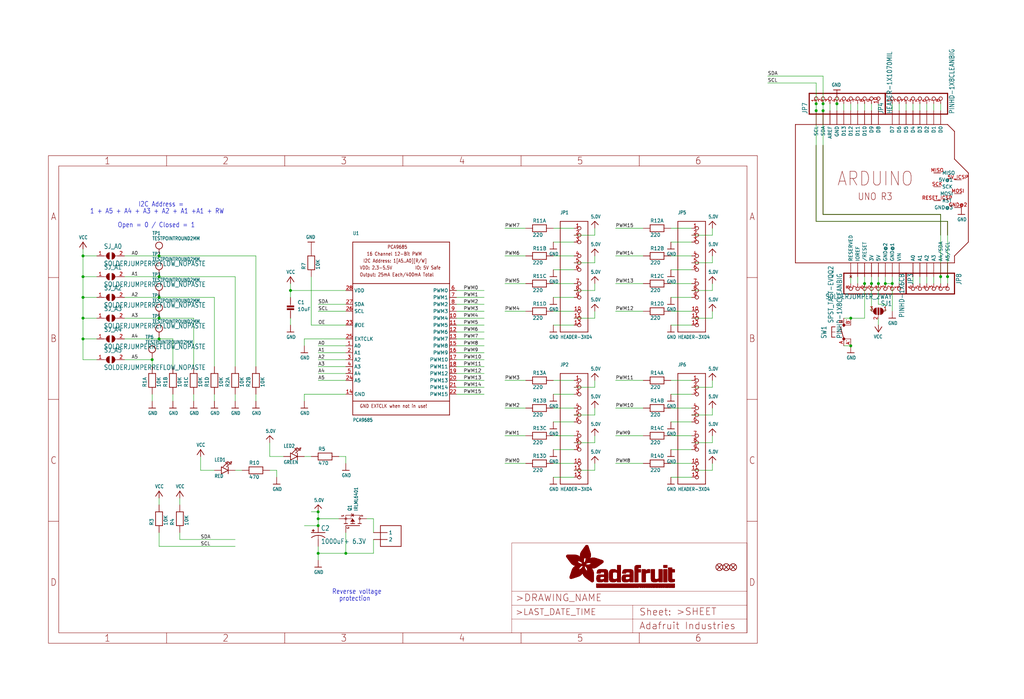
<source format=kicad_sch>
(kicad_sch (version 20211123) (generator eeschema)
  (paper "User" 376.047 256.769)
  (lib_symbols
    (symbol "Adafruit PWM Servo Shield-eagle-import:5.0V" (power)
      (property "Value" "5.0V" (at -1.524 3.556 0))
      (symbol "5.0V_1_0"
        (pin power_in line (at 0 0 90) (length 2.54) (name "5.0V") (number "1"))
      )
    )
    (symbol "Adafruit PWM Servo Shield-eagle-import:ARDUINO_R3_ICSP"
      (symbol "ARDUINO_R3_ICSP_1_0"
        (text "ARDUINO" (at 15.24 27.94 0) (effects (font (size 5.08 4.318)) (justify left bottom)))
        (text "UNO R3" (at 22.86 22.86 0) (effects (font (size 2.54 2.159)) (justify left bottom)))
        (pin power_in line (at 27.94 -5.08 90) (length 5.08) (name "3V") (number "3V"))
        (pin power_in line (at 30.48 -5.08 90) (length 5.08) (name "5V") (number "5V"))
        (pin passive line (at 60.96 30.48 180) (length 2.54) (name "5V@1") (number "5V_ICSP"))
        (pin bidirectional line (at 43.18 -5.08 90) (length 5.08) (name "A0") (number "A0"))
        (pin bidirectional line (at 45.72 -5.08 90) (length 5.08) (name "A1") (number "A1"))
        (pin bidirectional line (at 48.26 -5.08 90) (length 5.08) (name "A2") (number "A2"))
        (pin bidirectional line (at 50.8 -5.08 90) (length 5.08) (name "A3") (number "A3"))
        (pin bidirectional line (at 53.34 -5.08 90) (length 5.08) (name "A4/SDA") (number "A4"))
        (pin bidirectional line (at 55.88 -5.08 90) (length 5.08) (name "A5/SCL") (number "A5"))
        (pin bidirectional line (at 12.7 55.88 270) (length 5.08) (name "AREF") (number "AREF"))
        (pin bidirectional line (at 53.34 55.88 270) (length 5.08) (name "D0") (number "D0"))
        (pin bidirectional line (at 50.8 55.88 270) (length 5.08) (name "D1") (number "D1"))
        (pin bidirectional line (at 25.4 55.88 270) (length 5.08) (name "D10") (number "D10"))
        (pin bidirectional line (at 22.86 55.88 270) (length 5.08) (name "D11") (number "D11"))
        (pin bidirectional line (at 20.32 55.88 270) (length 5.08) (name "D12") (number "D12"))
        (pin bidirectional line (at 17.78 55.88 270) (length 5.08) (name "D13") (number "D13"))
        (pin bidirectional line (at 48.26 55.88 270) (length 5.08) (name "D2") (number "D2"))
        (pin bidirectional line (at 45.72 55.88 270) (length 5.08) (name "D3") (number "D3"))
        (pin bidirectional line (at 43.18 55.88 270) (length 5.08) (name "D4") (number "D4"))
        (pin bidirectional line (at 40.64 55.88 270) (length 5.08) (name "D5") (number "D5"))
        (pin bidirectional line (at 38.1 55.88 270) (length 5.08) (name "D6") (number "D6"))
        (pin bidirectional line (at 35.56 55.88 270) (length 5.08) (name "D7") (number "D7"))
        (pin bidirectional line (at 30.48 55.88 270) (length 5.08) (name "D8") (number "D8"))
        (pin bidirectional line (at 27.94 55.88 270) (length 5.08) (name "D9") (number "D9"))
        (pin power_in line (at 15.24 55.88 270) (length 5.08) (name "GND") (number "GND"))
        (pin power_in line (at 33.02 -5.08 90) (length 5.08) (name "GND@2") (number "GND@1"))
        (pin passive line (at 60.96 20.32 180) (length 2.54) (name "GND@3") (number "GND@2"))
        (pin power_in line (at 35.56 -5.08 90) (length 5.08) (name "GND@1") (number "GND@3"))
        (pin output line (at 22.86 -5.08 90) (length 5.08) (name "IOREF") (number "IOREF"))
        (pin passive line (at 50.8 33.02 0) (length 2.54) (name "MISO") (number "MISO"))
        (pin passive line (at 60.96 25.4 180) (length 2.54) (name "MOSI") (number "MOSI"))
        (pin no_connect line (at 20.32 -5.08 90) (length 5.08) (name "RESERVED") (number "RESERVED"))
        (pin bidirectional line (at 25.4 -5.08 90) (length 5.08) (name "/RESET") (number "RESET"))
        (pin passive line (at 50.8 22.86 0) (length 2.54) (name "RST") (number "RESET_ICSP"))
        (pin passive line (at 50.8 27.94 0) (length 2.54) (name "SCK") (number "SCK"))
        (pin bidirectional line (at 7.62 55.88 270) (length 5.08) (name "SCL") (number "SCL"))
        (pin bidirectional line (at 10.16 55.88 270) (length 5.08) (name "SDA") (number "SDA"))
        (pin power_in line (at 38.1 -5.08 90) (length 5.08) (name "VIN") (number "VIN"))
      )
    )
    (symbol "Adafruit PWM Servo Shield-eagle-import:CAP_CERAMIC0805"
      (property "Reference" "C" (at 2.54 2.54 0))
      (property "Value" "CAP_CERAMIC0805" (at 2.54 0 0))
      (symbol "CAP_CERAMIC0805_1_0"
        (pin passive line (at 0 5.08 270) (length 2.54) (name "P$1") (number "1"))
        (pin passive line (at 0 -2.54 90) (length 2.54) (name "P$2") (number "2"))
      )
    )
    (symbol "Adafruit PWM Servo Shield-eagle-import:CPOL-USE3.5-10"
      (property "Reference" "C" (at 1.016 0.635 0))
      (property "Value" "CPOL-USE3.5-10" (at 1.016 -4.191 0))
      (symbol "CPOL-USE3.5-10_1_0"
        (pin passive line (at 0 2.54 270) (length 2.54) (name "+") (number "+"))
        (pin passive line (at 0 -5.08 90) (length 2.54) (name "-") (number "-"))
      )
    )
    (symbol "Adafruit PWM Servo Shield-eagle-import:FIDUCIAL{dblquote}{dblquote}")
    (symbol "Adafruit PWM Servo Shield-eagle-import:FRAME_A4_ADAFRUIT"
      (symbol "FRAME_A4_ADAFRUIT_1_0"
        (text "1" (at 21.6958 1.905 0) (effects (font (size 2.54 2.286))))
        (text "1" (at 21.6958 177.165 0) (effects (font (size 2.54 2.286))))
        (text "2" (at 65.0875 1.905 0) (effects (font (size 2.54 2.286))))
        (text "2" (at 65.0875 177.165 0) (effects (font (size 2.54 2.286))))
        (text "3" (at 108.4792 1.905 0) (effects (font (size 2.54 2.286))))
        (text "3" (at 108.4792 177.165 0) (effects (font (size 2.54 2.286))))
        (text "4" (at 151.8708 1.905 0) (effects (font (size 2.54 2.286))))
        (text "4" (at 151.8708 177.165 0) (effects (font (size 2.54 2.286))))
        (text "5" (at 195.2625 1.905 0) (effects (font (size 2.54 2.286))))
        (text "5" (at 195.2625 177.165 0) (effects (font (size 2.54 2.286))))
        (text "6" (at 238.6542 1.905 0) (effects (font (size 2.54 2.286))))
        (text "6" (at 238.6542 177.165 0) (effects (font (size 2.54 2.286))))
        (text ">DRAWING_NAME" (at 171.45 15.24 0) (effects (font (size 2.54 2.54)) (justify left bottom)))
        (text ">LAST_DATE_TIME" (at 171.45 10.16 0) (effects (font (size 2.286 2.286)) (justify left bottom)))
        (text ">SHEET" (at 230.505 10.16 0) (effects (font (size 2.54 2.54)) (justify left bottom)))
        (text "A" (at 1.905 156.6863 0) (effects (font (size 2.54 2.286))))
        (text "A" (at 258.445 156.6863 0) (effects (font (size 2.54 2.286))))
        (text "Adafruit Industries" (at 216.916 4.953 0) (effects (font (size 2.54 2.54)) (justify left bottom)))
        (text "B" (at 1.905 111.9188 0) (effects (font (size 2.54 2.286))))
        (text "B" (at 258.445 111.9188 0) (effects (font (size 2.54 2.286))))
        (text "C" (at 1.905 67.1513 0) (effects (font (size 2.54 2.286))))
        (text "C" (at 258.445 67.1513 0) (effects (font (size 2.54 2.286))))
        (text "D" (at 1.905 22.3838 0) (effects (font (size 2.54 2.286))))
        (text "D" (at 258.445 22.3838 0) (effects (font (size 2.54 2.286))))
        (text "Sheet:" (at 216.916 10.033 0) (effects (font (size 2.54 2.54)) (justify left bottom)))
      )
    )
    (symbol "Adafruit PWM Servo Shield-eagle-import:GND" (power)
      (property "Value" "GND" (at -1.524 -2.54 0))
      (symbol "GND_1_0"
        (pin power_in line (at 0 2.54 270) (length 2.54) (name "GND") (number "1"))
      )
    )
    (symbol "Adafruit PWM Servo Shield-eagle-import:HEADER-1X1070MIL"
      (property "Reference" "JP" (at -6.35 13.335 0))
      (property "Value" "HEADER-1X1070MIL" (at -6.35 -17.78 0))
      (symbol "HEADER-1X1070MIL_1_0"
        (pin passive inverted (at -2.54 10.16 0) (length 2.54) (name "1") (number "1"))
        (pin passive inverted (at -2.54 -12.7 0) (length 2.54) (name "10") (number "10"))
        (pin passive inverted (at -2.54 7.62 0) (length 2.54) (name "2") (number "2"))
        (pin passive inverted (at -2.54 5.08 0) (length 2.54) (name "3") (number "3"))
        (pin passive inverted (at -2.54 2.54 0) (length 2.54) (name "4") (number "4"))
        (pin passive inverted (at -2.54 0 0) (length 2.54) (name "5") (number "5"))
        (pin passive inverted (at -2.54 -2.54 0) (length 2.54) (name "6") (number "6"))
        (pin passive inverted (at -2.54 -5.08 0) (length 2.54) (name "7") (number "7"))
        (pin passive inverted (at -2.54 -7.62 0) (length 2.54) (name "8") (number "8"))
        (pin passive inverted (at -2.54 -10.16 0) (length 2.54) (name "9") (number "9"))
      )
    )
    (symbol "Adafruit PWM Servo Shield-eagle-import:HEADER-3X04"
      (property "Reference" "JP" (at -5.08 22.86 0))
      (property "Value" "HEADER-3X04" (at -5.08 -22.86 0))
      (symbol "HEADER-3X04_1_0"
        (pin passive inverted (at 0 17.78 0) (length 2.54) (name "1") (number "1"))
        (pin passive inverted (at 0 -12.7 0) (length 2.54) (name "10") (number "10"))
        (pin passive inverted (at 0 -15.24 0) (length 2.54) (name "11") (number "11"))
        (pin passive inverted (at 0 -17.78 0) (length 2.54) (name "12") (number "12"))
        (pin passive inverted (at 0 15.24 0) (length 2.54) (name "2") (number "2"))
        (pin passive inverted (at 0 12.7 0) (length 2.54) (name "3") (number "3"))
        (pin passive inverted (at 0 7.62 0) (length 2.54) (name "4") (number "4"))
        (pin passive inverted (at 0 5.08 0) (length 2.54) (name "5") (number "5"))
        (pin passive inverted (at 0 2.54 0) (length 2.54) (name "6") (number "6"))
        (pin passive inverted (at 0 -2.54 0) (length 2.54) (name "7") (number "7"))
        (pin passive inverted (at 0 -5.08 0) (length 2.54) (name "8") (number "8"))
        (pin passive inverted (at 0 -7.62 0) (length 2.54) (name "9") (number "9"))
      )
    )
    (symbol "Adafruit PWM Servo Shield-eagle-import:LED0805"
      (property "Reference" "LED" (at -5.08 3.175 0))
      (property "Value" "LED0805" (at -5.08 -2.794 0))
      (symbol "LED0805_1_0"
        (pin passive line (at -5.08 0 0) (length 2.54) (name "A") (number "A"))
        (pin passive line (at 2.54 0 180) (length 2.54) (name "C") (number "C"))
      )
    )
    (symbol "Adafruit PWM Servo Shield-eagle-import:MOSFET-PWIDE"
      (property "Reference" "Q" (at 2.794 0.381 0))
      (property "Value" "MOSFET-PWIDE" (at 2.794 -1.905 0))
      (symbol "MOSFET-PWIDE_1_0"
        (text "D" (at 0.635 -3.81 0) (effects (font (size 0.8128 0.6908)) (justify left bottom)))
        (text "G" (at -3.81 1.27 0) (effects (font (size 0.8128 0.6908)) (justify left bottom)))
        (text "S" (at 0.635 3.175 0) (effects (font (size 0.8128 0.6908)) (justify left bottom)))
        (pin passive line (at -5.08 2.54 0) (length 2.54) (name "G") (number "1"))
        (pin passive line (at 0 5.08 270) (length 2.54) (name "S") (number "2"))
        (pin passive line (at 0 -5.08 90) (length 2.54) (name "D") (number "3"))
      )
    )
    (symbol "Adafruit PWM Servo Shield-eagle-import:PCA9685"
      (property "Reference" "U" (at -17.78 35.56 0))
      (property "Value" "PCA9685" (at -17.78 -33.02 0))
      (symbol "PCA9685_1_0"
        (text "16 Channel 12-Bit PWM" (at -12.7 27.94 0) (effects (font (size 1.27 1.0795)) (justify left bottom)))
        (text "GND EXTCLK when not in use!" (at -15.24 -27.94 0) (effects (font (size 1.27 1.0795)) (justify left bottom)))
        (text "I2C Address: 1[A5..A0][R/W]" (at -13.97 25.4 0) (effects (font (size 1.27 1.0795)) (justify left bottom)))
        (text "IO: 5V Safe" (at 5.08 22.86 0) (effects (font (size 1.27 1.0795)) (justify left bottom)))
        (text "Output: 25mA Each/400mA Total" (at -15.24 20.32 0) (effects (font (size 1.27 1.0795)) (justify left bottom)))
        (text "PCA9685" (at -5.08 30.48 0) (effects (font (size 1.27 1.0795)) (justify left bottom)))
        (text "VDD: 2.3-5.5V" (at -15.24 22.86 0) (effects (font (size 1.27 1.0795)) (justify left bottom)))
        (pin bidirectional line (at -20.32 -5.08 0) (length 2.54) (name "A0") (number "1"))
        (pin output line (at 20.32 5.08 180) (length 2.54) (name "PWM4") (number "10"))
        (pin output line (at 20.32 2.54 180) (length 2.54) (name "PWM5") (number "11"))
        (pin output line (at 20.32 0 180) (length 2.54) (name "PWM6") (number "12"))
        (pin output line (at 20.32 -2.54 180) (length 2.54) (name "PWM7") (number "13"))
        (pin power_in line (at -20.32 -22.86 0) (length 2.54) (name "GND") (number "14"))
        (pin output line (at 20.32 -5.08 180) (length 2.54) (name "PWM8") (number "15"))
        (pin output line (at 20.32 -7.62 180) (length 2.54) (name "PWM9") (number "16"))
        (pin output line (at 20.32 -10.16 180) (length 2.54) (name "PWM10") (number "17"))
        (pin output line (at 20.32 -12.7 180) (length 2.54) (name "PWM11") (number "18"))
        (pin output line (at 20.32 -15.24 180) (length 2.54) (name "PWM12") (number "19"))
        (pin bidirectional line (at -20.32 -7.62 0) (length 2.54) (name "A1") (number "2"))
        (pin output line (at 20.32 -17.78 180) (length 2.54) (name "PWM13") (number "20"))
        (pin output line (at 20.32 -20.32 180) (length 2.54) (name "PWM14") (number "21"))
        (pin output line (at 20.32 -22.86 180) (length 2.54) (name "PWM15") (number "22"))
        (pin input line (at -20.32 2.54 0) (length 2.54) (name "#OE") (number "23"))
        (pin bidirectional line (at -20.32 -17.78 0) (length 2.54) (name "A5") (number "24"))
        (pin input line (at -20.32 -2.54 0) (length 2.54) (name "EXTCLK") (number "25"))
        (pin bidirectional line (at -20.32 7.62 0) (length 2.54) (name "SCL") (number "26"))
        (pin bidirectional line (at -20.32 10.16 0) (length 2.54) (name "SDA") (number "27"))
        (pin power_in line (at -20.32 15.24 0) (length 2.54) (name "VDD") (number "28"))
        (pin bidirectional line (at -20.32 -10.16 0) (length 2.54) (name "A2") (number "3"))
        (pin bidirectional line (at -20.32 -12.7 0) (length 2.54) (name "A3") (number "4"))
        (pin bidirectional line (at -20.32 -15.24 0) (length 2.54) (name "A4") (number "5"))
        (pin output line (at 20.32 15.24 180) (length 2.54) (name "PWM0") (number "6"))
        (pin output line (at 20.32 12.7 180) (length 2.54) (name "PWM1") (number "7"))
        (pin output line (at 20.32 10.16 180) (length 2.54) (name "PWM2") (number "8"))
        (pin output line (at 20.32 7.62 180) (length 2.54) (name "PWM3") (number "9"))
      )
    )
    (symbol "Adafruit PWM Servo Shield-eagle-import:PINHD-1X6CB"
      (property "Reference" "JP" (at -6.35 10.795 0))
      (property "Value" "PINHD-1X6CB" (at -6.35 -10.16 0))
      (symbol "PINHD-1X6CB_1_0"
        (pin passive inverted (at -2.54 7.62 0) (length 2.54) (name "1") (number "1"))
        (pin passive inverted (at -2.54 5.08 0) (length 2.54) (name "2") (number "2"))
        (pin passive inverted (at -2.54 2.54 0) (length 2.54) (name "3") (number "3"))
        (pin passive inverted (at -2.54 0 0) (length 2.54) (name "4") (number "4"))
        (pin passive inverted (at -2.54 -2.54 0) (length 2.54) (name "5") (number "5"))
        (pin passive inverted (at -2.54 -5.08 0) (length 2.54) (name "6") (number "6"))
      )
    )
    (symbol "Adafruit PWM Servo Shield-eagle-import:PINHD-1X8CLEANBIG"
      (property "Reference" "JP" (at -6.35 10.795 0))
      (property "Value" "PINHD-1X8CLEANBIG" (at -6.35 -15.24 0))
      (symbol "PINHD-1X8CLEANBIG_1_0"
        (pin passive inverted (at -2.54 7.62 0) (length 2.54) (name "1") (number "1"))
        (pin passive inverted (at -2.54 5.08 0) (length 2.54) (name "2") (number "2"))
        (pin passive inverted (at -2.54 2.54 0) (length 2.54) (name "3") (number "3"))
        (pin passive inverted (at -2.54 0 0) (length 2.54) (name "4") (number "4"))
        (pin passive inverted (at -2.54 -2.54 0) (length 2.54) (name "5") (number "5"))
        (pin passive inverted (at -2.54 -5.08 0) (length 2.54) (name "6") (number "6"))
        (pin passive inverted (at -2.54 -7.62 0) (length 2.54) (name "7") (number "7"))
        (pin passive inverted (at -2.54 -10.16 0) (length 2.54) (name "8") (number "8"))
      )
    )
    (symbol "Adafruit PWM Servo Shield-eagle-import:RESISTOR0805"
      (property "Reference" "R" (at -2.54 2.032 0))
      (property "Value" "RESISTOR0805" (at -2.54 -3.175 0))
      (symbol "RESISTOR0805_1_0"
        (pin passive line (at -5.08 0 0) (length 2.54) (name "1") (number "1"))
        (pin passive line (at 5.08 0 180) (length 2.54) (name "2") (number "2"))
      )
    )
    (symbol "Adafruit PWM Servo Shield-eagle-import:RESISTOR_4PACK"
      (property "Reference" "R" (at -2.54 2.032 0))
      (property "Value" "RESISTOR_4PACK" (at -2.54 -3.175 0))
      (symbol "RESISTOR_4PACK_1_0"
        (pin passive line (at -5.08 0 0) (length 2.54) (name "1") (number "1"))
        (pin passive line (at 5.08 0 180) (length 2.54) (name "2") (number "8"))
      )
      (symbol "RESISTOR_4PACK_2_0"
        (pin passive line (at -5.08 0 0) (length 2.54) (name "1") (number "2"))
        (pin passive line (at 5.08 0 180) (length 2.54) (name "2") (number "7"))
      )
      (symbol "RESISTOR_4PACK_3_0"
        (pin passive line (at -5.08 0 0) (length 2.54) (name "1") (number "3"))
        (pin passive line (at 5.08 0 180) (length 2.54) (name "2") (number "6"))
      )
      (symbol "RESISTOR_4PACK_4_0"
        (pin passive line (at -5.08 0 0) (length 2.54) (name "1") (number "4"))
        (pin passive line (at 5.08 0 180) (length 2.54) (name "2") (number "5"))
      )
    )
    (symbol "Adafruit PWM Servo Shield-eagle-import:SOLDERJUMPERREFLOW_NOPASTE"
      (property "Reference" "SJ" (at -2.54 2.54 0))
      (property "Value" "SOLDERJUMPERREFLOW_NOPASTE" (at -2.54 -3.81 0))
      (symbol "SOLDERJUMPERREFLOW_NOPASTE_1_0"
        (pin passive line (at -5.08 0 0) (length 2.54) (name "1") (number "1"))
        (pin passive line (at 5.08 0 180) (length 2.54) (name "2") (number "2"))
      )
    )
    (symbol "Adafruit PWM Servo Shield-eagle-import:SOLDERJUMPER_2WAY"
      (property "Reference" "SJ" (at -5.08 -3.81 0))
      (property "Value" "SOLDERJUMPER_2WAY" (at -5.08 -6.35 0))
      (symbol "SOLDERJUMPER_2WAY_1_0"
        (pin passive line (at -2.54 0 0) (length 0) (name "1") (number "1"))
        (pin passive line (at 0 2.54 270) (length 0) (name "2") (number "2"))
        (pin passive line (at 2.54 0 180) (length 0) (name "3") (number "3"))
      )
    )
    (symbol "Adafruit PWM Servo Shield-eagle-import:SPST_TACT-EVQQ2"
      (property "Reference" "SW" (at -6.35 -2.54 90))
      (property "Value" "SPST_TACT-EVQQ2" (at -3.81 3.175 90))
      (symbol "SPST_TACT-EVQQ2_1_0"
        (pin passive line (at 0 -5.08 90) (length 2.54) (name "P") (number "A"))
        (pin passive line (at 2.54 -5.08 90) (length 2.54) (name "P1") (number "A'"))
        (pin passive line (at 0 5.08 270) (length 2.54) (name "S") (number "B"))
        (pin passive line (at 2.54 5.08 270) (length 2.54) (name "S1") (number "B'"))
      )
    )
    (symbol "Adafruit PWM Servo Shield-eagle-import:TERMBLOCK_1X2-3.5MM"
      (symbol "TERMBLOCK_1X2-3.5MM_1_0"
        (pin passive line (at -5.08 2.54 0) (length 5.08) (name "1") (number "1"))
        (pin passive line (at -5.08 0 0) (length 5.08) (name "2") (number "2"))
      )
    )
    (symbol "Adafruit PWM Servo Shield-eagle-import:TESTPOINTROUND2MM"
      (property "Reference" "TP" (at -2.54 7.62 0))
      (property "Value" "TESTPOINTROUND2MM" (at -2.54 5.715 0))
      (symbol "TESTPOINTROUND2MM_1_0"
        (pin bidirectional line (at 0 0 90) (length 2.54) (name "P$1") (number "P$1"))
      )
    )
    (symbol "Adafruit PWM Servo Shield-eagle-import:VCC" (power)
      (property "Value" "VCC" (at -1.524 3.556 0))
      (symbol "VCC_1_0"
        (pin power_in line (at 0 0 90) (length 2.54) (name "VCC") (number "1"))
      )
    )
  )
  (junction (at 58.42 109.22))
  (junction (at 58.42 101.6))
  (junction (at 116.84 203.2))
  (junction (at 322.58 104.14))
  (junction (at 116.84 187.96))
  (junction (at 317.5 104.14))
  (junction (at 30.48 124.46))
  (junction (at 325.12 104.14))
  (junction (at 30.48 101.6))
  (junction (at 320.04 104.14))
  (junction (at 106.68 106.68))
  (junction (at 299.72 38.1))
  (junction (at 58.42 124.46))
  (junction (at 299.72 40.64))
  (junction (at 58.42 93.98))
  (junction (at 116.84 190.5))
  (junction (at 312.42 127))
  (junction (at 58.42 116.84))
  (junction (at 30.48 93.98))
  (junction (at 127 203.2))
  (junction (at 55.88 132.08))
  (junction (at 307.34 38.1))
  (junction (at 327.66 104.14))
  (junction (at 345.44 101.6))
  (junction (at 30.48 109.22))
  (junction (at 116.84 193.04))
  (junction (at 30.48 116.84))
  (junction (at 302.26 40.64))
  (junction (at 302.26 38.1))
  (junction (at 347.98 101.6))
  (junction (at 312.42 116.84))
  (wire (pts (xy 35.56 124.46) (xy 30.48 124.46)))
  (wire (pts (xy 254 109.22) (xy 246.38 109.22)))
  (wire (pts (xy 218.44 142.24) (xy 218.44 139.7)))
  (wire (pts (xy 317.5 104.14) (xy 317.5 101.6)))
  (wire (pts (xy 210.82 142.24) (xy 218.44 142.24)))
  (wire (pts (xy 127 127) (xy 116.84 127)))
  (wire (pts (xy 236.22 83.82) (xy 226.06 83.82)))
  (wire (pts (xy 330.2 38.1) (xy 330.2 40.64)))
  (wire (pts (xy 30.48 93.98) (xy 30.48 91.44)))
  (wire (pts (xy 299.72 38.1) (xy 299.72 30.48)))
  (wire (pts (xy 116.84 200.66) (xy 116.84 203.2)))
  (wire (pts (xy 124.46 167.64) (xy 127 167.64)))
  (wire (pts (xy 261.62 152.4) (xy 261.62 149.86)))
  (wire (pts (xy 246.38 170.18) (xy 254 170.18)))
  (wire (pts (xy 167.64 132.08) (xy 177.8 132.08)))
  (wire (pts (xy 45.72 132.08) (xy 55.88 132.08)))
  (wire (pts (xy 203.2 104.14) (xy 210.82 104.14)))
  (wire (pts (xy 71.12 116.84) (xy 71.12 134.62)))
  (wire (pts (xy 127 195.58) (xy 127 203.2)))
  (wire (pts (xy 127 134.62) (xy 116.84 134.62)))
  (wire (pts (xy 127 129.54) (xy 116.84 129.54)))
  (wire (pts (xy 86.36 101.6) (xy 86.36 134.62)))
  (wire (pts (xy 167.64 114.3) (xy 177.8 114.3)))
  (wire (pts (xy 86.36 172.72) (xy 88.9 172.72)))
  (wire (pts (xy 304.8 38.1) (xy 304.8 40.64)))
  (wire (pts (xy 35.56 116.84) (xy 30.48 116.84)))
  (wire (pts (xy 66.04 198.12) (xy 66.04 195.58)))
  (wire (pts (xy 254 88.9) (xy 246.38 88.9)))
  (wire (pts (xy 210.82 88.9) (xy 203.2 88.9)))
  (wire (pts (xy 246.38 83.82) (xy 254 83.82)))
  (wire (pts (xy 203.2 114.3) (xy 210.82 114.3)))
  (wire (pts (xy 86.36 198.12) (xy 66.04 198.12)))
  (wire (pts (xy 254 172.72) (xy 261.62 172.72)))
  (wire (pts (xy 30.48 101.6) (xy 30.48 93.98)))
  (wire (pts (xy 116.84 193.04) (xy 111.76 193.04)))
  (wire (pts (xy 254 142.24) (xy 261.62 142.24)))
  (wire (pts (xy 203.2 160.02) (xy 210.82 160.02)))
  (wire (pts (xy 254 175.26) (xy 246.38 175.26)))
  (wire (pts (xy 210.82 106.68) (xy 218.44 106.68)))
  (wire (pts (xy 261.62 96.52) (xy 261.62 93.98)))
  (wire (pts (xy 35.56 101.6) (xy 30.48 101.6)))
  (wire (pts (xy 236.22 114.3) (xy 226.06 114.3)))
  (wire (pts (xy 320.04 114.3) (xy 320.04 104.14)))
  (wire (pts (xy 342.9 104.14) (xy 342.9 101.6)))
  (wire (pts (xy 30.48 116.84) (xy 30.48 109.22)))
  (wire (pts (xy 254 144.78) (xy 246.38 144.78)))
  (wire (pts (xy 320.04 104.14) (xy 320.04 101.6)))
  (wire (pts (xy 116.84 187.96) (xy 116.84 190.5)))
  (wire (pts (xy 116.84 190.5) (xy 116.84 193.04)))
  (wire (pts (xy 299.72 30.48) (xy 281.94 30.48)))
  (wire (pts (xy 347.98 81.28) (xy 347.98 101.6)))
  (wire (pts (xy 327.66 114.3) (xy 327.66 104.14)))
  (wire (pts (xy 30.48 124.46) (xy 30.48 116.84)))
  (wire (pts (xy 218.44 172.72) (xy 218.44 170.18)))
  (wire (pts (xy 302.26 38.1) (xy 302.26 40.64)))
  (wire (pts (xy 58.42 124.46) (xy 63.5 124.46)))
  (wire (pts (xy 111.76 144.78) (xy 111.76 147.32)))
  (wire (pts (xy 58.42 200.66) (xy 58.42 195.58)))
  (wire (pts (xy 58.42 185.42) (xy 58.42 182.88)))
  (wire (pts (xy 218.44 106.68) (xy 218.44 104.14)))
  (wire (pts (xy 106.68 106.68) (xy 106.68 109.22)))
  (wire (pts (xy 246.38 93.98) (xy 254 93.98)))
  (wire (pts (xy 254 119.38) (xy 246.38 119.38)))
  (wire (pts (xy 127 124.46) (xy 111.76 124.46)))
  (wire (pts (xy 327.66 104.14) (xy 327.66 101.6)))
  (wire (pts (xy 210.82 144.78) (xy 203.2 144.78)))
  (wire (pts (xy 66.04 185.42) (xy 66.04 182.88)))
  (wire (pts (xy 78.74 109.22) (xy 78.74 134.62)))
  (wire (pts (xy 106.68 104.14) (xy 106.68 106.68)))
  (wire (pts (xy 236.22 170.18) (xy 226.06 170.18)))
  (wire (pts (xy 114.3 119.38) (xy 114.3 101.6)))
  (wire (pts (xy 93.98 93.98) (xy 93.98 134.62)))
  (wire (pts (xy 167.64 124.46) (xy 177.8 124.46)))
  (wire (pts (xy 236.22 93.98) (xy 226.06 93.98)))
  (wire (pts (xy 193.04 83.82) (xy 185.42 83.82)))
  (wire (pts (xy 345.44 104.14) (xy 345.44 101.6)))
  (wire (pts (xy 35.56 132.08) (xy 30.48 132.08)))
  (wire (pts (xy 314.96 104.14) (xy 314.96 101.6)))
  (wire (pts (xy 322.58 38.1) (xy 322.58 40.64)))
  (wire (pts (xy 203.2 83.82) (xy 210.82 83.82)))
  (wire (pts (xy 58.42 93.98) (xy 93.98 93.98)))
  (wire (pts (xy 340.36 38.1) (xy 340.36 40.64)))
  (wire (pts (xy 317.5 38.1) (xy 317.5 40.64)))
  (wire (pts (xy 185.42 93.98) (xy 193.04 93.98)))
  (wire (pts (xy 246.38 160.02) (xy 254 160.02)))
  (wire (pts (xy 86.36 200.66) (xy 58.42 200.66)))
  (wire (pts (xy 261.62 86.36) (xy 261.62 83.82)))
  (wire (pts (xy 246.38 139.7) (xy 254 139.7)))
  (wire (pts (xy 30.48 109.22) (xy 30.48 101.6)))
  (wire (pts (xy 167.64 121.92) (xy 177.8 121.92)))
  (wire (pts (xy 254 154.94) (xy 246.38 154.94)))
  (wire (pts (xy 73.66 172.72) (xy 73.66 167.64)))
  (wire (pts (xy 127 111.76) (xy 116.84 111.76)))
  (wire (pts (xy 111.76 167.64) (xy 114.3 167.64)))
  (wire (pts (xy 193.04 149.86) (xy 185.42 149.86)))
  (wire (pts (xy 99.06 167.64) (xy 104.14 167.64)))
  (wire (pts (xy 127 137.16) (xy 116.84 137.16)))
  (wire (pts (xy 35.56 93.98) (xy 30.48 93.98)))
  (wire (pts (xy 218.44 152.4) (xy 218.44 149.86)))
  (wire (pts (xy 167.64 119.38) (xy 177.8 119.38)))
  (wire (pts (xy 45.72 101.6) (xy 58.42 101.6)))
  (wire (pts (xy 236.22 139.7) (xy 226.06 139.7)))
  (wire (pts (xy 254 152.4) (xy 261.62 152.4)))
  (wire (pts (xy 320.04 38.1) (xy 320.04 40.64)))
  (wire (pts (xy 261.62 172.72) (xy 261.62 170.18)))
  (wire (pts (xy 167.64 127) (xy 177.8 127)))
  (wire (pts (xy 322.58 104.14) (xy 322.58 101.6)))
  (wire (pts (xy 71.12 144.78) (xy 71.12 147.32)))
  (wire (pts (xy 193.04 160.02) (xy 185.42 160.02)))
  (wire (pts (xy 99.06 172.72) (xy 101.6 172.72)))
  (wire (pts (xy 246.38 104.14) (xy 254 104.14)))
  (wire (pts (xy 210.82 175.26) (xy 203.2 175.26)))
  (wire (pts (xy 254 86.36) (xy 261.62 86.36)))
  (wire (pts (xy 261.62 106.68) (xy 261.62 104.14)))
  (wire (pts (xy 254 162.56) (xy 261.62 162.56)))
  (wire (pts (xy 137.16 203.2) (xy 137.16 198.12)))
  (wire (pts (xy 167.64 134.62) (xy 177.8 134.62)))
  (wire (pts (xy 127 139.7) (xy 116.84 139.7)))
  (wire (pts (xy 73.66 172.72) (xy 78.74 172.72)))
  (wire (pts (xy 345.44 78.74) (xy 302.26 78.74)))
  (wire (pts (xy 55.88 132.08) (xy 55.88 134.62)))
  (wire (pts (xy 45.72 93.98) (xy 58.42 93.98)))
  (wire (pts (xy 193.04 114.3) (xy 185.42 114.3)))
  (wire (pts (xy 167.64 139.7) (xy 177.8 139.7)))
  (wire (pts (xy 322.58 111.76) (xy 325.12 111.76)))
  (wire (pts (xy 302.26 27.94) (xy 281.94 27.94)))
  (wire (pts (xy 116.84 203.2) (xy 127 203.2)))
  (wire (pts (xy 345.44 38.1) (xy 345.44 40.64)))
  (wire (pts (xy 246.38 114.3) (xy 254 114.3)))
  (wire (pts (xy 254 106.68) (xy 261.62 106.68)))
  (wire (pts (xy 86.36 144.78) (xy 86.36 147.32)))
  (wire (pts (xy 137.16 190.5) (xy 137.16 195.58)))
  (wire (pts (xy 314.96 38.1) (xy 314.96 40.64)))
  (wire (pts (xy 254 99.06) (xy 246.38 99.06)))
  (wire (pts (xy 342.9 38.1) (xy 342.9 40.64)))
  (wire (pts (xy 106.68 116.84) (xy 106.68 119.38)))
  (wire (pts (xy 124.46 190.5) (xy 116.84 190.5)))
  (wire (pts (xy 254 165.1) (xy 246.38 165.1)))
  (wire (pts (xy 261.62 162.56) (xy 261.62 160.02)))
  (wire (pts (xy 193.04 104.14) (xy 185.42 104.14)))
  (wire (pts (xy 210.82 109.22) (xy 203.2 109.22)))
  (wire (pts (xy 167.64 129.54) (xy 177.8 129.54)))
  (wire (pts (xy 312.42 127) (xy 309.88 127)))
  (wire (pts (xy 254 116.84) (xy 261.62 116.84)))
  (wire (pts (xy 134.62 190.5) (xy 137.16 190.5)))
  (wire (pts (xy 236.22 149.86) (xy 226.06 149.86)))
  (wire (pts (xy 193.04 170.18) (xy 185.42 170.18)))
  (wire (pts (xy 93.98 144.78) (xy 93.98 147.32)))
  (wire (pts (xy 299.72 81.28) (xy 347.98 81.28)))
  (wire (pts (xy 335.28 104.14) (xy 335.28 101.6)))
  (wire (pts (xy 101.6 172.72) (xy 101.6 175.26)))
  (wire (pts (xy 236.22 104.14) (xy 226.06 104.14)))
  (wire (pts (xy 261.62 116.84) (xy 261.62 114.3)))
  (wire (pts (xy 317.5 116.84) (xy 317.5 104.14)))
  (wire (pts (xy 167.64 116.84) (xy 177.8 116.84)))
  (wire (pts (xy 210.82 119.38) (xy 203.2 119.38)))
  (wire (pts (xy 309.88 116.84) (xy 312.42 116.84)))
  (wire (pts (xy 218.44 162.56) (xy 218.44 160.02)))
  (wire (pts (xy 340.36 104.14) (xy 340.36 101.6)))
  (wire (pts (xy 218.44 96.52) (xy 218.44 93.98)))
  (wire (pts (xy 167.64 109.22) (xy 177.8 109.22)))
  (wire (pts (xy 261.62 142.24) (xy 261.62 139.7)))
  (wire (pts (xy 45.72 116.84) (xy 58.42 116.84)))
  (wire (pts (xy 332.74 38.1) (xy 332.74 40.64)))
  (wire (pts (xy 106.68 106.68) (xy 127 106.68)))
  (wire (pts (xy 299.72 38.1) (xy 299.72 40.64)))
  (wire (pts (xy 167.64 137.16) (xy 177.8 137.16)))
  (wire (pts (xy 236.22 160.02) (xy 226.06 160.02)))
  (wire (pts (xy 167.64 144.78) (xy 177.8 144.78)))
  (wire (pts (xy 203.2 170.18) (xy 210.82 170.18)))
  (wire (pts (xy 127 119.38) (xy 114.3 119.38)))
  (wire (pts (xy 325.12 104.14) (xy 325.12 101.6)))
  (wire (pts (xy 302.26 78.74) (xy 302.26 40.64)))
  (wire (pts (xy 322.58 104.14) (xy 322.58 111.76)))
  (wire (pts (xy 307.34 38.1) (xy 307.34 35.56)))
  (wire (pts (xy 210.82 154.94) (xy 203.2 154.94)))
  (wire (pts (xy 45.72 124.46) (xy 58.42 124.46)))
  (wire (pts (xy 312.42 104.14) (xy 312.42 101.6)))
  (wire (pts (xy 127 132.08) (xy 116.84 132.08)))
  (wire (pts (xy 330.2 104.14) (xy 330.2 101.6)))
  (wire (pts (xy 127 167.64) (xy 127 170.18)))
  (wire (pts (xy 55.88 144.78) (xy 55.88 147.32)))
  (wire (pts (xy 127 114.3) (xy 116.84 114.3)))
  (wire (pts (xy 335.28 38.1) (xy 335.28 40.64)))
  (wire (pts (xy 327.66 38.1) (xy 327.66 40.64)))
  (wire (pts (xy 167.64 106.68) (xy 177.8 106.68)))
  (wire (pts (xy 210.82 152.4) (xy 218.44 152.4)))
  (wire (pts (xy 58.42 116.84) (xy 71.12 116.84)))
  (wire (pts (xy 203.2 139.7) (xy 210.82 139.7)))
  (wire (pts (xy 203.2 149.86) (xy 210.82 149.86)))
  (wire (pts (xy 312.42 38.1) (xy 312.42 40.64)))
  (wire (pts (xy 325.12 104.14) (xy 327.66 104.14)))
  (wire (pts (xy 193.04 139.7) (xy 185.42 139.7)))
  (wire (pts (xy 116.84 187.96) (xy 114.3 187.96)))
  (wire (pts (xy 210.82 86.36) (xy 218.44 86.36)))
  (wire (pts (xy 210.82 116.84) (xy 218.44 116.84)))
  (wire (pts (xy 218.44 116.84) (xy 218.44 114.3)))
  (wire (pts (xy 127 203.2) (xy 137.16 203.2)))
  (wire (pts (xy 307.34 38.1) (xy 307.34 40.64)))
  (wire (pts (xy 210.82 172.72) (xy 218.44 172.72)))
  (wire (pts (xy 309.88 38.1) (xy 309.88 40.64)))
  (wire (pts (xy 63.5 124.46) (xy 63.5 134.62)))
  (wire (pts (xy 58.42 101.6) (xy 86.36 101.6)))
  (wire (pts (xy 254 96.52) (xy 261.62 96.52)))
  (wire (pts (xy 210.82 96.52) (xy 218.44 96.52)))
  (wire (pts (xy 58.42 109.22) (xy 78.74 109.22)))
  (wire (pts (xy 35.56 109.22) (xy 30.48 109.22)))
  (wire (pts (xy 218.44 86.36) (xy 218.44 83.82)))
  (wire (pts (xy 167.64 142.24) (xy 177.8 142.24)))
  (wire (pts (xy 322.58 119.38) (xy 322.58 116.84)))
  (wire (pts (xy 111.76 124.46) (xy 111.76 127)))
  (wire (pts (xy 63.5 144.78) (xy 63.5 147.32)))
  (wire (pts (xy 99.06 167.64) (xy 99.06 162.56)))
  (wire (pts (xy 116.84 203.2) (xy 116.84 205.74)))
  (wire (pts (xy 127 144.78) (xy 111.76 144.78)))
  (wire (pts (xy 325.12 111.76) (xy 325.12 114.3)))
  (wire (pts (xy 337.82 104.14) (xy 337.82 101.6)))
  (wire (pts (xy 312.42 116.84) (xy 317.5 116.84)))
  (wire (pts (xy 45.72 109.22) (xy 58.42 109.22)))
  (wire (pts (xy 210.82 99.06) (xy 203.2 99.06)))
  (wire (pts (xy 347.98 104.14) (xy 347.98 101.6)))
  (wire (pts (xy 167.64 111.76) (xy 177.8 111.76)))
  (wire (pts (xy 78.74 144.78) (xy 78.74 147.32)))
  (wire (pts (xy 302.26 38.1) (xy 302.26 27.94)))
  (wire (pts (xy 337.82 38.1) (xy 337.82 40.64)))
  (wire (pts (xy 203.2 93.98) (xy 210.82 93.98)))
  (wire (pts (xy 246.38 149.86) (xy 254 149.86)))
  (wire (pts (xy 299.72 40.64) (xy 299.72 81.28)))
  (wire (pts (xy 345.44 101.6) (xy 345.44 78.74)))
  (wire (pts (xy 30.48 132.08) (xy 30.48 124.46)))
  (wire (pts (xy 210.82 165.1) (xy 203.2 165.1)))
  (wire (pts (xy 210.82 162.56) (xy 218.44 162.56)))
  (text "Reverse voltage" (at 121.92 218.44 180) (effects (font (size 1.778 1.5113)) (justify left bottom)))
  (text "I2C Address =" (at 50.8 76.2 180) (effects (font (size 1.778 1.5113)) (justify left bottom)))
  (text "protection" (at 124.46 220.98 180) (effects (font (size 1.778 1.5113)) (justify left bottom)))
  (text "Open = 0 / Closed = 1" (at 43.18 83.82 180) (effects (font (size 1.778 1.5113)) (justify left bottom)))
  (text "1 + A5 + A4 + A3 + A2 + A1 +A1 + RW" (at 33.02 78.74 180) (effects (font (size 1.778 1.5113)) (justify left bottom)))
  (label "PWM13" (at 170.18 139.7 0) (effects (font (size 1.2446 1.2446))))
  (label "A0" (at 48.26 93.98 0) (effects (font (size 1.2446 1.2446))))
  (label "PWM1" (at 185.42 160.02 0) (effects (font (size 1.2446 1.2446))))
  (label "PWM9" (at 226.06 160.02 0) (effects (font (size 1.2446 1.2446))))
  (label "A4" (at 48.26 124.46 0) (effects (font (size 1.2446 1.2446))))
  (label "SDA" (at 281.94 27.94 0) (effects (font (size 1.2446 1.2446))))
  (label "SCL" (at 116.84 114.3 0) (effects (font (size 1.2446 1.2446))))
  (label "PWM11" (at 170.18 134.62 0) (effects (font (size 1.2446 1.2446))))
  (label "PWM8" (at 170.18 127 0) (effects (font (size 1.2446 1.2446))))
  (label "PWM2" (at 170.18 111.76 0) (effects (font (size 1.2446 1.2446))))
  (label "A1" (at 116.84 129.54 0) (effects (font (size 1.2446 1.2446))))
  (label "A0" (at 116.84 127 0) (effects (font (size 1.2446 1.2446))))
  (label "A3" (at 116.84 134.62 0) (effects (font (size 1.2446 1.2446))))
  (label "PWM13" (at 226.06 104.14 0) (effects (font (size 1.2446 1.2446))))
  (label "A3" (at 48.26 116.84 0) (effects (font (size 1.2446 1.2446))))
  (label "PWM12" (at 170.18 137.16 0) (effects (font (size 1.2446 1.2446))))
  (label "PWM1" (at 170.18 109.22 0) (effects (font (size 1.2446 1.2446))))
  (label "PWM4" (at 170.18 116.84 0) (effects (font (size 1.2446 1.2446))))
  (label "A2" (at 48.26 109.22 0) (effects (font (size 1.2446 1.2446))))
  (label "PWM10" (at 170.18 132.08 0) (effects (font (size 1.2446 1.2446))))
  (label "PWM15" (at 170.18 144.78 0) (effects (font (size 1.2446 1.2446))))
  (label "A5" (at 48.26 132.08 0) (effects (font (size 1.2446 1.2446))))
  (label "PWM0" (at 185.42 170.18 0) (effects (font (size 1.2446 1.2446))))
  (label "PWM14" (at 226.06 93.98 0) (effects (font (size 1.2446 1.2446))))
  (label "SDA" (at 116.84 111.76 0) (effects (font (size 1.2446 1.2446))))
  (label "A1" (at 48.26 101.6 0) (effects (font (size 1.2446 1.2446))))
  (label "PWM7" (at 185.42 83.82 0) (effects (font (size 1.2446 1.2446))))
  (label "PWM6" (at 170.18 121.92 0) (effects (font (size 1.2446 1.2446))))
  (label "PWM14" (at 170.18 142.24 0) (effects (font (size 1.2446 1.2446))))
  (label "PWM11" (at 226.06 139.7 0) (effects (font (size 1.2446 1.2446))))
  (label "PWM15" (at 226.06 83.82 0) (effects (font (size 1.2446 1.2446))))
  (label "PWM2" (at 185.42 149.86 0) (effects (font (size 1.2446 1.2446))))
  (label "PWM5" (at 170.18 119.38 0) (effects (font (size 1.2446 1.2446))))
  (label "PWM5" (at 185.42 104.14 0) (effects (font (size 1.2446 1.2446))))
  (label "PWM6" (at 185.42 93.98 0) (effects (font (size 1.2446 1.2446))))
  (label "PWM12" (at 226.06 114.3 0) (effects (font (size 1.2446 1.2446))))
  (label "SCL" (at 73.66 200.66 0) (effects (font (size 1.2446 1.2446))))
  (label "SCL" (at 281.94 30.48 0) (effects (font (size 1.2446 1.2446))))
  (label "OE" (at 116.84 119.38 0) (effects (font (size 1.2446 1.2446))))
  (label "PWM4" (at 185.42 114.3 0) (effects (font (size 1.2446 1.2446))))
  (label "PWM0" (at 170.18 106.68 0) (effects (font (size 1.2446 1.2446))))
  (label "A2" (at 116.84 132.08 0) (effects (font (size 1.2446 1.2446))))
  (label "PWM9" (at 170.18 129.54 0) (effects (font (size 1.2446 1.2446))))
  (label "PWM8" (at 226.06 170.18 0) (effects (font (size 1.2446 1.2446))))
  (label "PWM3" (at 170.18 114.3 0) (effects (font (size 1.2446 1.2446))))
  (label "A4" (at 116.84 137.16 0) (effects (font (size 1.2446 1.2446))))
  (label "PWM3" (at 185.42 139.7 0) (effects (font (size 1.2446 1.2446))))
  (label "SDA" (at 73.66 198.12 0) (effects (font (size 1.2446 1.2446))))
  (label "PWM10" (at 226.06 149.86 0) (effects (font (size 1.2446 1.2446))))
  (label "A5" (at 116.84 139.7 0) (effects (font (size 1.2446 1.2446))))
  (label "PWM7" (at 170.18 124.46 0) (effects (font (size 1.2446 1.2446))))
  (symbol (lib_id "Adafruit PWM Servo Shield-eagle-import:RESISTOR_4PACK") (at 78.74 139.7 90) (unit 4)
    (property "Reference" "R1" (at 76.708 142.24 0) (effects (justify left bottom)))
    (property "Value" "10K" (at 81.915 142.24 0) (effects (justify left bottom)))
    (property "Footprint" "Adafruit PWM Servo Shield:RESPACK_4X0603" (effects hide))
  )
  (symbol (lib_id "Adafruit PWM Servo Shield-eagle-import:5.0V") (at 218.44 149.86 0) (unit 1)
    (property "Reference" "#U$7" (effects hide))
    (property "Value" "5.0V" (at 216.916 146.304 0) (effects (font (size 1.27 1.0795)) (justify left bottom)))
    (property "Footprint" "Adafruit PWM Servo Shield:" (effects hide))
  )
  (symbol (lib_id "Adafruit PWM Servo Shield-eagle-import:5.0V") (at 218.44 160.02 0) (unit 1)
    (property "Reference" "#U$8" (effects hide))
    (property "Value" "5.0V" (at 216.916 156.464 0) (effects (font (size 1.27 1.0795)) (justify left bottom)))
    (property "Footprint" "Adafruit PWM Servo Shield:" (effects hide))
  )
  (symbol (lib_id "Adafruit PWM Servo Shield-eagle-import:5.0V") (at 261.62 160.02 0) (unit 1)
    (property "Reference" "#U$16" (effects hide))
    (property "Value" "5.0V" (at 260.096 156.464 0) (effects (font (size 1.27 1.0795)) (justify left bottom)))
    (property "Footprint" "Adafruit PWM Servo Shield:" (effects hide))
  )
  (symbol (lib_id "Adafruit PWM Servo Shield-eagle-import:5.0V") (at 261.62 114.3 0) (unit 1)
    (property "Reference" "#U$13" (effects hide))
    (property "Value" "5.0V" (at 260.096 110.744 0) (effects (font (size 1.27 1.0795)) (justify left bottom)))
    (property "Footprint" "Adafruit PWM Servo Shield:" (effects hide))
  )
  (symbol (lib_id "Adafruit PWM Servo Shield-eagle-import:SOLDERJUMPER_2WAY") (at 322.58 114.3 180) (unit 1)
    (property "Reference" "SJ1" (at 327.66 110.49 0) (effects (font (size 1.778 1.5113)) (justify left bottom)))
    (property "Value" "SOLDERJUMPER_2WAY" (at 327.66 107.95 0) (effects (font (size 1.778 1.5113)) (justify left bottom)))
    (property "Footprint" "Adafruit PWM Servo Shield:SOLDERJUMPER_2WAY_OPEN_NOPASTE" (effects hide))
  )
  (symbol (lib_id "Adafruit PWM Servo Shield-eagle-import:FIDUCIAL{dblquote}{dblquote}") (at 269.24 208.28 0) (unit 1)
    (property "Reference" "FID1" (effects hide))
    (property "Value" "FIDUCIAL{dblquote}{dblquote}" (effects hide))
    (property "Footprint" "Adafruit PWM Servo Shield:FIDUCIAL_1MM" (effects hide))
  )
  (symbol (lib_id "Adafruit PWM Servo Shield-eagle-import:GND") (at 246.38 177.8 0) (unit 1)
    (property "Reference" "#U$33" (effects hide))
    (property "Value" "GND" (at 244.856 180.34 0) (effects (font (size 1.27 1.0795)) (justify left bottom)))
    (property "Footprint" "Adafruit PWM Servo Shield:" (effects hide))
  )
  (symbol (lib_id "Adafruit PWM Servo Shield-eagle-import:RESISTOR_4PACK") (at 198.12 104.14 0) (unit 3)
    (property "Reference" "R11" (at 195.58 102.108 0) (effects (justify left bottom)))
    (property "Value" "220" (at 195.58 107.315 0) (effects (justify left bottom)))
    (property "Footprint" "Adafruit PWM Servo Shield:RESPACK_4X0603" (effects hide))
  )
  (symbol (lib_id "Adafruit PWM Servo Shield-eagle-import:5.0V") (at 261.62 104.14 0) (unit 1)
    (property "Reference" "#U$12" (effects hide))
    (property "Value" "5.0V" (at 260.096 100.584 0) (effects (font (size 1.27 1.0795)) (justify left bottom)))
    (property "Footprint" "Adafruit PWM Servo Shield:" (effects hide))
  )
  (symbol (lib_id "Adafruit PWM Servo Shield-eagle-import:RESISTOR_4PACK") (at 241.3 139.7 0) (unit 1)
    (property "Reference" "R14" (at 238.76 137.668 0) (effects (justify left bottom)))
    (property "Value" "220" (at 238.76 142.875 0) (effects (justify left bottom)))
    (property "Footprint" "Adafruit PWM Servo Shield:RESPACK_4X0603" (effects hide))
  )
  (symbol (lib_id "Adafruit PWM Servo Shield-eagle-import:5.0V") (at 261.62 93.98 0) (unit 1)
    (property "Reference" "#U$11" (effects hide))
    (property "Value" "5.0V" (at 260.096 90.424 0) (effects (font (size 1.27 1.0795)) (justify left bottom)))
    (property "Footprint" "Adafruit PWM Servo Shield:" (effects hide))
  )
  (symbol (lib_id "Adafruit PWM Servo Shield-eagle-import:PINHD-1X8CLEANBIG") (at 335.28 35.56 90) (unit 1)
    (property "Reference" "JP4" (at 324.485 41.91 0) (effects (font (size 1.778 1.5113)) (justify left bottom)))
    (property "Value" "PINHD-1X8CLEANBIG" (at 350.52 41.91 0) (effects (font (size 1.778 1.5113)) (justify left bottom)))
    (property "Footprint" "Adafruit PWM Servo Shield:1X08-CLEANBIG" (effects hide))
  )
  (symbol (lib_id "Adafruit PWM Servo Shield-eagle-import:HEADER-3X04") (at 254 101.6 0) (unit 1)
    (property "Reference" "JP5" (at 248.92 78.74 0) (effects (font (size 1.27 1.0795)) (justify left bottom)))
    (property "Value" "HEADER-3X04" (at 248.92 124.46 0) (effects (font (size 1.27 1.0795)) (justify left bottom)))
    (property "Footprint" "Adafruit PWM Servo Shield:3X04" (effects hide))
  )
  (symbol (lib_id "Adafruit PWM Servo Shield-eagle-import:SOLDERJUMPERREFLOW_NOPASTE") (at 40.64 132.08 0) (unit 1)
    (property "Reference" "SJ_A5" (at 38.1 129.54 0) (effects (font (size 1.778 1.5113)) (justify left bottom)))
    (property "Value" "SOLDERJUMPERREFLOW_NOPASTE" (at 38.1 135.89 0) (effects (font (size 1.778 1.5113)) (justify left bottom)))
    (property "Footprint" "Adafruit PWM Servo Shield:SOLDERJUMPER_REFLOW_NOPASTE" (effects hide))
  )
  (symbol (lib_id "Adafruit PWM Servo Shield-eagle-import:TESTPOINTROUND2MM") (at 58.42 116.84 0) (unit 1)
    (property "Reference" "TP4" (at 55.88 109.22 0) (effects (font (size 1.27 1.0795)) (justify left bottom)))
    (property "Value" "TESTPOINTROUND2MM" (at 55.88 111.125 0) (effects (font (size 1.27 1.0795)) (justify left bottom)))
    (property "Footprint" "Adafruit PWM Servo Shield:TESTPOINT_ROUND_2MM" (effects hide))
  )
  (symbol (lib_id "Adafruit PWM Servo Shield-eagle-import:GND") (at 111.76 149.86 0) (unit 1)
    (property "Reference" "#U$35" (effects hide))
    (property "Value" "GND" (at 110.236 152.4 0) (effects (font (size 1.27 1.0795)) (justify left bottom)))
    (property "Footprint" "Adafruit PWM Servo Shield:" (effects hide))
  )
  (symbol (lib_id "Adafruit PWM Servo Shield-eagle-import:GND") (at 114.3 88.9 180) (unit 1)
    (property "Reference" "#U$52" (effects hide))
    (property "Value" "GND" (at 115.824 86.36 0) (effects (font (size 1.27 1.0795)) (justify left bottom)))
    (property "Footprint" "Adafruit PWM Servo Shield:" (effects hide))
  )
  (symbol (lib_id "Adafruit PWM Servo Shield-eagle-import:GND") (at 203.2 121.92 0) (unit 1)
    (property "Reference" "#U$21" (effects hide))
    (property "Value" "GND" (at 201.676 124.46 0) (effects (font (size 1.27 1.0795)) (justify left bottom)))
    (property "Footprint" "Adafruit PWM Servo Shield:" (effects hide))
  )
  (symbol (lib_id "Adafruit PWM Servo Shield-eagle-import:HEADER-3X04") (at 210.82 101.6 0) (unit 1)
    (property "Reference" "JP1" (at 205.74 78.74 0) (effects (font (size 1.27 1.0795)) (justify left bottom)))
    (property "Value" "HEADER-3X04" (at 205.74 124.46 0) (effects (font (size 1.27 1.0795)) (justify left bottom)))
    (property "Footprint" "Adafruit PWM Servo Shield:3X04" (effects hide))
  )
  (symbol (lib_id "Adafruit PWM Servo Shield-eagle-import:RESISTOR_4PACK") (at 86.36 139.7 90) (unit 1)
    (property "Reference" "R2" (at 84.328 142.24 0) (effects (justify left bottom)))
    (property "Value" "10K" (at 89.535 142.24 0) (effects (justify left bottom)))
    (property "Footprint" "Adafruit PWM Servo Shield:RESPACK_4X0603" (effects hide))
  )
  (symbol (lib_id "Adafruit PWM Servo Shield-eagle-import:SOLDERJUMPERREFLOW_NOPASTE") (at 40.64 116.84 0) (unit 1)
    (property "Reference" "SJ_A3" (at 38.1 114.3 0) (effects (font (size 1.778 1.5113)) (justify left bottom)))
    (property "Value" "SOLDERJUMPERREFLOW_NOPASTE" (at 38.1 120.65 0) (effects (font (size 1.778 1.5113)) (justify left bottom)))
    (property "Footprint" "Adafruit PWM Servo Shield:SOLDERJUMPER_REFLOW_NOPASTE" (effects hide))
  )
  (symbol (lib_id "Adafruit PWM Servo Shield-eagle-import:5.0V") (at 261.62 149.86 0) (unit 1)
    (property "Reference" "#U$15" (effects hide))
    (property "Value" "5.0V" (at 260.096 146.304 0) (effects (font (size 1.27 1.0795)) (justify left bottom)))
    (property "Footprint" "Adafruit PWM Servo Shield:" (effects hide))
  )
  (symbol (lib_id "Adafruit PWM Servo Shield-eagle-import:GND") (at 93.98 149.86 0) (unit 1)
    (property "Reference" "#U$41" (effects hide))
    (property "Value" "GND" (at 92.456 152.4 0) (effects (font (size 1.27 1.0795)) (justify left bottom)))
    (property "Footprint" "Adafruit PWM Servo Shield:" (effects hide))
  )
  (symbol (lib_id "Adafruit PWM Servo Shield-eagle-import:GND") (at 86.36 149.86 0) (unit 1)
    (property "Reference" "#U$40" (effects hide))
    (property "Value" "GND" (at 84.836 152.4 0) (effects (font (size 1.27 1.0795)) (justify left bottom)))
    (property "Footprint" "Adafruit PWM Servo Shield:" (effects hide))
  )
  (symbol (lib_id "Adafruit PWM Servo Shield-eagle-import:FIDUCIAL{dblquote}{dblquote}") (at 266.7 208.28 0) (unit 1)
    (property "Reference" "FID2" (effects hide))
    (property "Value" "FIDUCIAL{dblquote}{dblquote}" (effects hide))
    (property "Footprint" "Adafruit PWM Servo Shield:FIDUCIAL_1MM" (effects hide))
  )
  (symbol (lib_id "Adafruit PWM Servo Shield-eagle-import:PINHD-1X8CLEANBIG") (at 322.58 106.68 270) (unit 1)
    (property "Reference" "JP3" (at 333.375 100.33 0) (effects (font (size 1.778 1.5113)) (justify left bottom)))
    (property "Value" "PINHD-1X8CLEANBIG" (at 307.34 100.33 0) (effects (font (size 1.778 1.5113)) (justify left bottom)))
    (property "Footprint" "Adafruit PWM Servo Shield:1X08-CLEANBIG" (effects hide))
  )
  (symbol (lib_id "Adafruit PWM Servo Shield-eagle-import:5.0V") (at 99.06 162.56 0) (unit 1)
    (property "Reference" "#U$50" (effects hide))
    (property "Value" "5.0V" (at 97.536 159.004 0) (effects (font (size 1.27 1.0795)) (justify left bottom)))
    (property "Footprint" "Adafruit PWM Servo Shield:" (effects hide))
  )
  (symbol (lib_id "Adafruit PWM Servo Shield-eagle-import:VCC") (at 106.68 104.14 0) (unit 1)
    (property "Reference" "#P+7" (effects hide))
    (property "Value" "VCC" (at 105.156 100.584 0) (effects (font (size 1.27 1.0795)) (justify left bottom)))
    (property "Footprint" "Adafruit PWM Servo Shield:" (effects hide))
  )
  (symbol (lib_id "Adafruit PWM Servo Shield-eagle-import:RESISTOR_4PACK") (at 198.12 114.3 0) (unit 4)
    (property "Reference" "R11" (at 195.58 112.268 0) (effects (justify left bottom)))
    (property "Value" "220" (at 195.58 117.475 0) (effects (justify left bottom)))
    (property "Footprint" "Adafruit PWM Servo Shield:RESPACK_4X0603" (effects hide))
  )
  (symbol (lib_id "Adafruit PWM Servo Shield-eagle-import:VCC") (at 322.58 119.38 180) (unit 1)
    (property "Reference" "#P+1" (effects hide))
    (property "Value" "VCC" (at 324.104 122.936 0) (effects (font (size 1.27 1.0795)) (justify left bottom)))
    (property "Footprint" "Adafruit PWM Servo Shield:" (effects hide))
  )
  (symbol (lib_id "Adafruit PWM Servo Shield-eagle-import:5.0V") (at 261.62 170.18 0) (unit 1)
    (property "Reference" "#U$17" (effects hide))
    (property "Value" "5.0V" (at 260.096 166.624 0) (effects (font (size 1.27 1.0795)) (justify left bottom)))
    (property "Footprint" "Adafruit PWM Servo Shield:" (effects hide))
  )
  (symbol (lib_id "Adafruit PWM Servo Shield-eagle-import:TESTPOINTROUND2MM") (at 58.42 101.6 0) (unit 1)
    (property "Reference" "TP2" (at 55.88 93.98 0) (effects (font (size 1.27 1.0795)) (justify left bottom)))
    (property "Value" "TESTPOINTROUND2MM" (at 55.88 95.885 0) (effects (font (size 1.27 1.0795)) (justify left bottom)))
    (property "Footprint" "Adafruit PWM Servo Shield:TESTPOINT_ROUND_2MM" (effects hide))
  )
  (symbol (lib_id "Adafruit PWM Servo Shield-eagle-import:FIDUCIAL{dblquote}{dblquote}") (at 264.16 208.28 0) (unit 1)
    (property "Reference" "FID3" (effects hide))
    (property "Value" "FIDUCIAL{dblquote}{dblquote}" (effects hide))
    (property "Footprint" "Adafruit PWM Servo Shield:FIDUCIAL_1MM" (effects hide))
  )
  (symbol (lib_id "Adafruit PWM Servo Shield-eagle-import:RESISTOR_4PACK") (at 198.12 170.18 0) (unit 4)
    (property "Reference" "R13" (at 195.58 168.148 0) (effects (justify left bottom)))
    (property "Value" "220" (at 195.58 173.355 0) (effects (justify left bottom)))
    (property "Footprint" "Adafruit PWM Servo Shield:RESPACK_4X0603" (effects hide))
  )
  (symbol (lib_id "Adafruit PWM Servo Shield-eagle-import:GND") (at 203.2 177.8 0) (unit 1)
    (property "Reference" "#U$32" (effects hide))
    (property "Value" "GND" (at 201.676 180.34 0) (effects (font (size 1.27 1.0795)) (justify left bottom)))
    (property "Footprint" "Adafruit PWM Servo Shield:" (effects hide))
  )
  (symbol (lib_id "Adafruit PWM Servo Shield-eagle-import:RESISTOR0805") (at 66.04 190.5 90) (unit 1)
    (property "Reference" "R4" (at 64.008 193.04 0) (effects (justify left bottom)))
    (property "Value" "10K" (at 69.215 193.04 0) (effects (justify left bottom)))
    (property "Footprint" "Adafruit PWM Servo Shield:0805" (effects hide))
  )
  (symbol (lib_id "Adafruit PWM Servo Shield-eagle-import:GND") (at 246.38 121.92 0) (unit 1)
    (property "Reference" "#U$28" (effects hide))
    (property "Value" "GND" (at 244.856 124.46 0) (effects (font (size 1.27 1.0795)) (justify left bottom)))
    (property "Footprint" "Adafruit PWM Servo Shield:" (effects hide))
  )
  (symbol (lib_id "Adafruit PWM Servo Shield-eagle-import:GND") (at 127 172.72 0) (unit 1)
    (property "Reference" "#U$49" (effects hide))
    (property "Value" "GND" (at 125.476 175.26 0) (effects (font (size 1.27 1.0795)) (justify left bottom)))
    (property "Footprint" "Adafruit PWM Servo Shield:" (effects hide))
  )
  (symbol (lib_id "Adafruit PWM Servo Shield-eagle-import:GND") (at 203.2 157.48 0) (unit 1)
    (property "Reference" "#U$23" (effects hide))
    (property "Value" "GND" (at 201.676 160.02 0) (effects (font (size 1.27 1.0795)) (justify left bottom)))
    (property "Footprint" "Adafruit PWM Servo Shield:" (effects hide))
  )
  (symbol (lib_id "Adafruit PWM Servo Shield-eagle-import:GND") (at 203.2 147.32 0) (unit 1)
    (property "Reference" "#U$22" (effects hide))
    (property "Value" "GND" (at 201.676 149.86 0) (effects (font (size 1.27 1.0795)) (justify left bottom)))
    (property "Footprint" "Adafruit PWM Servo Shield:" (effects hide))
  )
  (symbol (lib_id "Adafruit PWM Servo Shield-eagle-import:RESISTOR_4PACK") (at 198.12 93.98 0) (unit 2)
    (property "Reference" "R11" (at 195.58 91.948 0) (effects (justify left bottom)))
    (property "Value" "220" (at 195.58 97.155 0) (effects (justify left bottom)))
    (property "Footprint" "Adafruit PWM Servo Shield:RESPACK_4X0603" (effects hide))
  )
  (symbol (lib_id "Adafruit PWM Servo Shield-eagle-import:ARDUINO_R3_ICSP") (at 292.1 96.52 0) (unit 1)
    (property "Reference" "U$44" (effects hide))
    (property "Value" "ARDUINO_R3_ICSP" (effects hide))
    (property "Footprint" "Adafruit PWM Servo Shield:ARDUINOR3_ICSP" (effects hide))
  )
  (symbol (lib_id "Adafruit PWM Servo Shield-eagle-import:GND") (at 246.38 111.76 0) (unit 1)
    (property "Reference" "#U$29" (effects hide))
    (property "Value" "GND" (at 244.856 114.3 0) (effects (font (size 1.27 1.0795)) (justify left bottom)))
    (property "Footprint" "Adafruit PWM Servo Shield:" (effects hide))
  )
  (symbol (lib_id "Adafruit PWM Servo Shield-eagle-import:5.0V") (at 218.44 170.18 0) (unit 1)
    (property "Reference" "#U$9" (effects hide))
    (property "Value" "5.0V" (at 216.916 166.624 0) (effects (font (size 1.27 1.0795)) (justify left bottom)))
    (property "Footprint" "Adafruit PWM Servo Shield:" (effects hide))
  )
  (symbol (lib_id "Adafruit PWM Servo Shield-eagle-import:RESISTOR_4PACK") (at 63.5 139.7 90) (unit 2)
    (property "Reference" "R1" (at 61.468 142.24 0) (effects (justify left bottom)))
    (property "Value" "10K" (at 66.675 142.24 0) (effects (justify left bottom)))
    (property "Footprint" "Adafruit PWM Servo Shield:RESPACK_4X0603" (effects hide))
  )
  (symbol (lib_id "Adafruit PWM Servo Shield-eagle-import:TESTPOINTROUND2MM") (at 58.42 93.98 0) (unit 1)
    (property "Reference" "TP1" (at 55.88 86.36 0) (effects (font (size 1.27 1.0795)) (justify left bottom)))
    (property "Value" "TESTPOINTROUND2MM" (at 55.88 88.265 0) (effects (font (size 1.27 1.0795)) (justify left bottom)))
    (property "Footprint" "Adafruit PWM Servo Shield:TESTPOINT_ROUND_2MM" (effects hide))
  )
  (symbol (lib_id "Adafruit PWM Servo Shield-eagle-import:5.0V") (at 218.44 83.82 0) (unit 1)
    (property "Reference" "#U$2" (effects hide))
    (property "Value" "5.0V" (at 216.916 80.264 0) (effects (font (size 1.27 1.0795)) (justify left bottom)))
    (property "Footprint" "Adafruit PWM Servo Shield:" (effects hide))
  )
  (symbol (lib_id "Adafruit PWM Servo Shield-eagle-import:GND") (at 203.2 111.76 0) (unit 1)
    (property "Reference" "#U$20" (effects hide))
    (property "Value" "GND" (at 201.676 114.3 0) (effects (font (size 1.27 1.0795)) (justify left bottom)))
    (property "Footprint" "Adafruit PWM Servo Shield:" (effects hide))
  )
  (symbol (lib_id "Adafruit PWM Servo Shield-eagle-import:GND") (at 101.6 177.8 0) (unit 1)
    (property "Reference" "#U$43" (effects hide))
    (property "Value" "GND" (at 100.076 180.34 0) (effects (font (size 1.27 1.0795)) (justify left bottom)))
    (property "Footprint" "Adafruit PWM Servo Shield:" (effects hide))
  )
  (symbol (lib_id "Adafruit PWM Servo Shield-eagle-import:RESISTOR_4PACK") (at 241.3 83.82 0) (unit 1)
    (property "Reference" "R12" (at 238.76 81.788 0) (effects (justify left bottom)))
    (property "Value" "220" (at 238.76 86.995 0) (effects (justify left bottom)))
    (property "Footprint" "Adafruit PWM Servo Shield:RESPACK_4X0603" (effects hide))
  )
  (symbol (lib_id "Adafruit PWM Servo Shield-eagle-import:GND") (at 63.5 149.86 0) (unit 1)
    (property "Reference" "#U$37" (effects hide))
    (property "Value" "GND" (at 61.976 152.4 0) (effects (font (size 1.27 1.0795)) (justify left bottom)))
    (property "Footprint" "Adafruit PWM Servo Shield:" (effects hide))
  )
  (symbol (lib_id "Adafruit PWM Servo Shield-eagle-import:GND") (at 203.2 101.6 0) (unit 1)
    (property "Reference" "#U$19" (effects hide))
    (property "Value" "GND" (at 201.676 104.14 0) (effects (font (size 1.27 1.0795)) (justify left bottom)))
    (property "Footprint" "Adafruit PWM Servo Shield:" (effects hide))
  )
  (symbol (lib_id "Adafruit PWM Servo Shield-eagle-import:GND") (at 246.38 91.44 0) (unit 1)
    (property "Reference" "#U$31" (effects hide))
    (property "Value" "GND" (at 244.856 93.98 0) (effects (font (size 1.27 1.0795)) (justify left bottom)))
    (property "Footprint" "Adafruit PWM Servo Shield:" (effects hide))
  )
  (symbol (lib_id "Adafruit PWM Servo Shield-eagle-import:5.0V") (at 261.62 83.82 0) (unit 1)
    (property "Reference" "#U$10" (effects hide))
    (property "Value" "5.0V" (at 260.096 80.264 0) (effects (font (size 1.27 1.0795)) (justify left bottom)))
    (property "Footprint" "Adafruit PWM Servo Shield:" (effects hide))
  )
  (symbol (lib_id "Adafruit PWM Servo Shield-eagle-import:CPOL-USE3.5-10") (at 116.84 195.58 0) (unit 1)
    (property "Reference" "C2" (at 117.856 194.945 0) (effects (font (size 1.778 1.5113)) (justify left bottom)))
    (property "Value" "1000uF+ 6.3V" (at 117.856 199.771 0) (effects (font (size 1.778 1.5113)) (justify left bottom)))
    (property "Footprint" "Adafruit PWM Servo Shield:E3,5-10" (effects hide))
  )
  (symbol (lib_id "Adafruit PWM Servo Shield-eagle-import:FRAME_A4_ADAFRUIT") (at 17.78 236.22 0) (unit 1)
    (property "Reference" "#U$1" (effects hide))
    (property "Value" "FRAME_A4_ADAFRUIT" (effects hide))
    (property "Footprint" "Adafruit PWM Servo Shield:" (effects hide))
  )
  (symbol (lib_id "Adafruit PWM Servo Shield-eagle-import:GND") (at 71.12 149.86 0) (unit 1)
    (property "Reference" "#U$38" (effects hide))
    (property "Value" "GND" (at 69.596 152.4 0) (effects (font (size 1.27 1.0795)) (justify left bottom)))
    (property "Footprint" "Adafruit PWM Servo Shield:" (effects hide))
  )
  (symbol (lib_id "Adafruit PWM Servo Shield-eagle-import:GND") (at 353.06 78.74 0) (unit 1)
    (property "Reference" "#U$55" (effects hide))
    (property "Value" "GND" (at 351.536 81.28 0) (effects (font (size 1.27 1.0795)) (justify left bottom)))
    (property "Footprint" "Adafruit PWM Servo Shield:" (effects hide))
  )
  (symbol (lib_id "Adafruit PWM Servo Shield-eagle-import:GND") (at 307.34 33.02 180) (unit 1)
    (property "Reference" "#U$48" (effects hide))
    (property "Value" "GND" (at 308.864 30.48 0) (effects (font (size 1.27 1.0795)) (justify left bottom)))
    (property "Footprint" "Adafruit PWM Servo Shield:" (effects hide))
  )
  (symbol (lib_id "Adafruit PWM Servo Shield-eagle-import:TERMBLOCK_1X2-3.5MM") (at 142.24 198.12 0) (unit 1)
    (property "Reference" "J1" (effects hide))
    (property "Value" "TERMBLOCK_1X2-3.5MM" (effects hide))
    (property "Footprint" "Adafruit PWM Servo Shield:1X2-3.5MM" (effects hide))
  )
  (symbol (lib_id "Adafruit PWM Servo Shield-eagle-import:TESTPOINTROUND2MM") (at 55.88 132.08 0) (unit 1)
    (property "Reference" "TP6" (at 53.34 124.46 0) (effects (font (size 1.27 1.0795)) (justify left bottom)))
    (property "Value" "TESTPOINTROUND2MM" (at 53.34 126.365 0) (effects (font (size 1.27 1.0795)) (justify left bottom)))
    (property "Footprint" "Adafruit PWM Servo Shield:TESTPOINT_ROUND_2MM" (effects hide))
  )
  (symbol (lib_id "Adafruit PWM Servo Shield-eagle-import:VCC") (at 73.66 167.64 0) (unit 1)
    (property "Reference" "#P+9" (effects hide))
    (property "Value" "VCC" (at 72.136 164.084 0) (effects (font (size 1.27 1.0795)) (justify left bottom)))
    (property "Footprint" "Adafruit PWM Servo Shield:" (effects hide))
  )
  (symbol (lib_id "Adafruit PWM Servo Shield-eagle-import:HEADER-3X04") (at 210.82 157.48 0) (unit 1)
    (property "Reference" "JP2" (at 205.74 134.62 0) (effects (font (size 1.27 1.0795)) (justify left bottom)))
    (property "Value" "HEADER-3X04" (at 205.74 180.34 0) (effects (font (size 1.27 1.0795)) (justify left bottom)))
    (property "Footprint" "Adafruit PWM Servo Shield:3X04" (effects hide))
  )
  (symbol (lib_id "Adafruit PWM Servo Shield-eagle-import:GND") (at 55.88 149.86 0) (unit 1)
    (property "Reference" "#U$36" (effects hide))
    (property "Value" "GND" (at 54.356 152.4 0) (effects (font (size 1.27 1.0795)) (justify left bottom)))
    (property "Footprint" "Adafruit PWM Servo Shield:" (effects hide))
  )
  (symbol (lib_id "Adafruit PWM Servo Shield-eagle-import:GND") (at 246.38 157.48 0) (unit 1)
    (property "Reference" "#U$26" (effects hide))
    (property "Value" "GND" (at 244.856 160.02 0) (effects (font (size 1.27 1.0795)) (justify left bottom)))
    (property "Footprint" "Adafruit PWM Servo Shield:" (effects hide))
  )
  (symbol (lib_id "Adafruit PWM Servo Shield-eagle-import:GND") (at 246.38 167.64 0) (unit 1)
    (property "Reference" "#U$25" (effects hide))
    (property "Value" "GND" (at 244.856 170.18 0) (effects (font (size 1.27 1.0795)) (justify left bottom)))
    (property "Footprint" "Adafruit PWM Servo Shield:" (effects hide))
  )
  (symbol (lib_id "Adafruit PWM Servo Shield-eagle-import:RESISTOR_4PACK") (at 241.3 104.14 0) (unit 3)
    (property "Reference" "R12" (at 238.76 102.108 0) (effects (justify left bottom)))
    (property "Value" "220" (at 238.76 107.315 0) (effects (justify left bottom)))
    (property "Footprint" "Adafruit PWM Servo Shield:RESPACK_4X0603" (effects hide))
  )
  (symbol (lib_id "Adafruit PWM Servo Shield-eagle-import:TESTPOINTROUND2MM") (at 58.42 124.46 0) (unit 1)
    (property "Reference" "TP5" (at 55.88 116.84 0) (effects (font (size 1.27 1.0795)) (justify left bottom)))
    (property "Value" "TESTPOINTROUND2MM" (at 55.88 118.745 0) (effects (font (size 1.27 1.0795)) (justify left bottom)))
    (property "Footprint" "Adafruit PWM Servo Shield:TESTPOINT_ROUND_2MM" (effects hide))
  )
  (symbol (lib_id "Adafruit PWM Servo Shield-eagle-import:GND") (at 203.2 167.64 0) (unit 1)
    (property "Reference" "#U$24" (effects hide))
    (property "Value" "GND" (at 201.676 170.18 0) (effects (font (size 1.27 1.0795)) (justify left bottom)))
    (property "Footprint" "Adafruit PWM Servo Shield:" (effects hide))
  )
  (symbol (lib_id "Adafruit PWM Servo Shield-eagle-import:MOSFET-PWIDE") (at 129.54 190.5 90) (unit 1)
    (property "Reference" "Q1" (at 129.159 187.706 0) (effects (font (size 1.27 1.0795)) (justify left bottom)))
    (property "Value" "IRLML6401" (at 131.445 187.706 0) (effects (font (size 1.27 1.0795)) (justify left bottom)))
    (property "Footprint" "Adafruit PWM Servo Shield:SOT23-WIDE" (effects hide))
  )
  (symbol (lib_id "Adafruit PWM Servo Shield-eagle-import:VCC") (at 66.04 182.88 0) (unit 1)
    (property "Reference" "#P+10" (effects hide))
    (property "Value" "VCC" (at 64.516 179.324 0) (effects (font (size 1.27 1.0795)) (justify left bottom)))
    (property "Footprint" "Adafruit PWM Servo Shield:" (effects hide))
  )
  (symbol (lib_id "Adafruit PWM Servo Shield-eagle-import:GND") (at 116.84 208.28 0) (unit 1)
    (property "Reference" "#U$46" (effects hide))
    (property "Value" "GND" (at 115.316 210.82 0) (effects (font (size 1.27 1.0795)) (justify left bottom)))
    (property "Footprint" "Adafruit PWM Servo Shield:" (effects hide))
  )
  (symbol (lib_id "Adafruit PWM Servo Shield-eagle-import:RESISTOR_4PACK") (at 241.3 170.18 0) (unit 4)
    (property "Reference" "R14" (at 238.76 168.148 0) (effects (justify left bottom)))
    (property "Value" "220" (at 238.76 173.355 0) (effects (justify left bottom)))
    (property "Footprint" "Adafruit PWM Servo Shield:RESPACK_4X0603" (effects hide))
  )
  (symbol (lib_id "Adafruit PWM Servo Shield-eagle-import:PCA9685") (at 147.32 121.92 0) (unit 1)
    (property "Reference" "U1" (at 129.54 86.36 0) (effects (font (size 1.27 1.0795)) (justify left bottom)))
    (property "Value" "PCA9685" (at 129.54 154.94 0) (effects (font (size 1.27 1.0795)) (justify left bottom)))
    (property "Footprint" "Adafruit PWM Servo Shield:TSSOP28" (effects hide))
  )
  (symbol (lib_id "Adafruit PWM Servo Shield-eagle-import:PINHD-1X6CB") (at 340.36 106.68 270) (unit 1)
    (property "Reference" "JP8" (at 351.155 100.33 0) (effects (font (size 1.778 1.5113)) (justify left bottom)))
    (property "Value" "PINHD-1X6CB" (at 330.2 100.33 0) (effects (font (size 1.778 1.5113)) (justify left bottom)))
    (property "Footprint" "Adafruit PWM Servo Shield:1X06-CLEANBIG" (effects hide))
  )
  (symbol (lib_id "Adafruit PWM Servo Shield-eagle-import:RESISTOR0805") (at 119.38 167.64 0) (unit 1)
    (property "Reference" "R5" (at 116.84 165.608 0) (effects (justify left bottom)))
    (property "Value" "470" (at 116.84 170.815 0) (effects (justify left bottom)))
    (property "Footprint" "Adafruit PWM Servo Shield:0805" (effects hide))
  )
  (symbol (lib_id "Adafruit PWM Servo Shield-eagle-import:GND") (at 246.38 147.32 0) (unit 1)
    (property "Reference" "#U$27" (effects hide))
    (property "Value" "GND" (at 244.856 149.86 0) (effects (font (size 1.27 1.0795)) (justify left bottom)))
    (property "Footprint" "Adafruit PWM Servo Shield:" (effects hide))
  )
  (symbol (lib_id "Adafruit PWM Servo Shield-eagle-import:RESISTOR_4PACK") (at 241.3 160.02 0) (unit 3)
    (property "Reference" "R14" (at 238.76 157.988 0) (effects (justify left bottom)))
    (property "Value" "220" (at 238.76 163.195 0) (effects (justify left bottom)))
    (property "Footprint" "Adafruit PWM Servo Shield:RESPACK_4X0603" (effects hide))
  )
  (symbol (lib_id "Adafruit PWM Servo Shield-eagle-import:LED0805") (at 83.82 172.72 0) (unit 1)
    (property "Reference" "LED1" (at 78.74 169.545 0) (effects (font (size 1.27 1.0795)) (justify left bottom)))
    (property "Value" "RED" (at 78.74 175.514 0) (effects (font (size 1.27 1.0795)) (justify left bottom)))
    (property "Footprint" "Adafruit PWM Servo Shield:CHIPLED_0805" (effects hide))
  )
  (symbol (lib_id "Adafruit PWM Servo Shield-eagle-import:GND") (at 203.2 91.44 0) (unit 1)
    (property "Reference" "#U$18" (effects hide))
    (property "Value" "GND" (at 201.676 93.98 0) (effects (font (size 1.27 1.0795)) (justify left bottom)))
    (property "Footprint" "Adafruit PWM Servo Shield:" (effects hide))
  )
  (symbol (lib_id "Adafruit PWM Servo Shield-eagle-import:GND") (at 78.74 149.86 0) (unit 1)
    (property "Reference" "#U$39" (effects hide))
    (property "Value" "GND" (at 77.216 152.4 0) (effects (font (size 1.27 1.0795)) (justify left bottom)))
    (property "Footprint" "Adafruit PWM Servo Shield:" (effects hide))
  )
  (symbol (lib_id "Adafruit PWM Servo Shield-eagle-import:SPST_TACT-EVQQ2") (at 309.88 121.92 0) (unit 1)
    (property "Reference" "SW1" (at 303.53 124.46 90) (effects (font (size 1.778 1.5113)) (justify left bottom)))
    (property "Value" "SPST_TACT-EVQQ2" (at 306.07 118.745 90) (effects (font (size 1.778 1.5113)) (justify left bottom)))
    (property "Footprint" "Adafruit PWM Servo Shield:EVQ-Q2" (effects hide))
  )
  (symbol (lib_id "Adafruit PWM Servo Shield-eagle-import:CAP_CERAMIC0805") (at 106.68 114.3 0) (unit 1)
    (property "Reference" "C1" (at 109.22 111.76 0) (effects (justify left bottom)))
    (property "Value" "10uF" (at 109.22 114.3 0) (effects (justify left bottom)))
    (property "Footprint" "Adafruit PWM Servo Shield:0805" (effects hide))
  )
  (symbol (lib_id "Adafruit PWM Servo Shield-eagle-import:RESISTOR_4PACK") (at 198.12 83.82 0) (unit 1)
    (property "Reference" "R11" (at 195.58 81.788 0) (effects (justify left bottom)))
    (property "Value" "220" (at 195.58 86.995 0) (effects (justify left bottom)))
    (property "Footprint" "Adafruit PWM Servo Shield:RESPACK_4X0603" (effects hide))
  )
  (symbol (lib_id "Adafruit PWM Servo Shield-eagle-import:5.0V") (at 116.84 187.96 0) (unit 1)
    (property "Reference" "#U$45" (effects hide))
    (property "Value" "5.0V" (at 115.316 184.404 0) (effects (font (size 1.27 1.0795)) (justify left bottom)))
    (property "Footprint" "Adafruit PWM Servo Shield:" (effects hide))
  )
  (symbol (lib_id "Adafruit PWM Servo Shield-eagle-import:RESISTOR_4PACK") (at 241.3 93.98 0) (unit 2)
    (property "Reference" "R12" (at 238.76 91.948 0) (effects (justify left bottom)))
    (property "Value" "220" (at 238.76 97.155 0) (effects (justify left bottom)))
    (property "Footprint" "Adafruit PWM Servo Shield:RESPACK_4X0603" (effects hide))
  )
  (symbol (lib_id "Adafruit PWM Servo Shield-eagle-import:RESISTOR_4PACK") (at 55.88 139.7 90) (unit 1)
    (property "Reference" "R1" (at 53.848 142.24 0) (effects (justify left bottom)))
    (property "Value" "10K" (at 59.055 142.24 0) (effects (justify left bottom)))
    (property "Footprint" "Adafruit PWM Servo Shield:RESPACK_4X0603" (effects hide))
  )
  (symbol (lib_id "Adafruit PWM Servo Shield-eagle-import:GND") (at 246.38 101.6 0) (unit 1)
    (property "Reference" "#U$30" (effects hide))
    (property "Value" "GND" (at 244.856 104.14 0) (effects (font (size 1.27 1.0795)) (justify left bottom)))
    (property "Footprint" "Adafruit PWM Servo Shield:" (effects hide))
  )
  (symbol (lib_id "Adafruit PWM Servo Shield-eagle-import:LED0805") (at 109.22 167.64 0) (unit 1)
    (property "Reference" "LED2" (at 104.14 164.465 0) (effects (font (size 1.27 1.0795)) (justify left bottom)))
    (property "Value" "GREEN" (at 104.14 170.434 0) (effects (font (size 1.27 1.0795)) (justify left bottom)))
    (property "Footprint" "Adafruit PWM Servo Shield:CHIPLED_0805" (effects hide))
  )
  (symbol (lib_id "Adafruit PWM Servo Shield-eagle-import:RESISTOR_4PACK") (at 241.3 149.86 0) (unit 2)
    (property "Reference" "R14" (at 238.76 147.828 0) (effects (justify left bottom)))
    (property "Value" "220" (at 238.76 153.035 0) (effects (justify left bottom)))
    (property "Footprint" "Adafruit PWM Servo Shield:RESPACK_4X0603" (effects hide))
  )
  (symbol (lib_id "Adafruit PWM Servo Shield-eagle-import:RESISTOR_4PACK") (at 93.98 139.7 90) (unit 2)
    (property "Reference" "R2" (at 91.948 142.24 0) (effects (justify left bottom)))
    (property "Value" "10K" (at 97.155 142.24 0) (effects (justify left bottom)))
    (property "Footprint" "Adafruit PWM Servo Shield:RESPACK_4X0603" (effects hide))
  )
  (symbol (lib_id "Adafruit PWM Servo Shield-eagle-import:TESTPOINTROUND2MM") (at 58.42 109.22 0) (unit 1)
    (property "Reference" "TP3" (at 55.88 101.6 0) (effects (font (size 1.27 1.0795)) (justify left bottom)))
    (property "Value" "TESTPOINTROUND2MM" (at 55.88 103.505 0) (effects (font (size 1.27 1.0795)) (justify left bottom)))
    (property "Footprint" "Adafruit PWM Servo Shield:TESTPOINT_ROUND_2MM" (effects hide))
  )
  (symbol (lib_id "Adafruit PWM Servo Shield-eagle-import:5.0V") (at 218.44 114.3 0) (unit 1)
    (property "Reference" "#U$5" (effects hide))
    (property "Value" "5.0V" (at 216.916 110.744 0) (effects (font (size 1.27 1.0795)) (justify left bottom)))
    (property "Footprint" "Adafruit PWM Servo Shield:" (effects hide))
  )
  (symbol (lib_id "Adafruit PWM Servo Shield-eagle-import:GND") (at 327.66 116.84 0) (unit 1)
    (property "Reference" "#U$47" (effects hide))
    (property "Value" "GND" (at 326.136 119.38 0) (effects (font (size 1.27 1.0795)) (justify left bottom)))
    (property "Footprint" "Adafruit PWM Servo Shield:" (effects hide))
  )
  (symbol (lib_id "Adafruit PWM Servo Shield-eagle-import:RESISTOR_4PACK") (at 198.12 139.7 0) (unit 1)
    (property "Reference" "R13" (at 195.58 137.668 0) (effects (justify left bottom)))
    (property "Value" "220" (at 195.58 142.875 0) (effects (justify left bottom)))
    (property "Footprint" "Adafruit PWM Servo Shield:RESPACK_4X0603" (effects hide))
  )
  (symbol (lib_id "Adafruit PWM Servo Shield-eagle-import:VCC") (at 30.48 91.44 0) (unit 1)
    (property "Reference" "#P+6" (effects hide))
    (property "Value" "VCC" (at 28.956 87.884 0) (effects (font (size 1.27 1.0795)) (justify left bottom)))
    (property "Footprint" "Adafruit PWM Servo Shield:" (effects hide))
  )
  (symbol (lib_id "Adafruit PWM Servo Shield-eagle-import:GND") (at 106.68 121.92 0) (unit 1)
    (property "Reference" "#U$42" (effects hide))
    (property "Value" "GND" (at 105.156 124.46 0) (effects (font (size 1.27 1.0795)) (justify left bottom)))
    (property "Footprint" "Adafruit PWM Servo Shield:" (effects hide))
  )
  (symbol (lib_id "Adafruit PWM Servo Shield-eagle-import:5.0V") (at 261.62 139.7 0) (unit 1)
    (property "Reference" "#U$14" (effects hide))
    (property "Value" "5.0V" (at 260.096 136.144 0) (effects (font (size 1.27 1.0795)) (justify left bottom)))
    (property "Footprint" "Adafruit PWM Servo Shield:" (effects hide))
  )
  (symbol (lib_id "Adafruit PWM Servo Shield-eagle-import:HEADER-1X1070MIL") (at 309.88 35.56 90) (unit 1)
    (property "Reference" "JP7" (at 296.545 41.91 0) (effects (font (size 1.778 1.5113)) (justify left bottom)))
    (property "Value" "HEADER-1X1070MIL" (at 327.66 41.91 0) (effects (font (size 1.778 1.5113)) (justify left bottom)))
    (property "Footprint" "Adafruit PWM Servo Shield:1X10_ROUND70" (effects hide))
  )
  (symbol (lib_id "Adafruit PWM Servo Shield-eagle-import:RESISTOR_4PACK") (at 71.12 139.7 90) (unit 3)
    (property "Reference" "R1" (at 69.088 142.24 0) (effects (justify left bottom)))
    (property "Value" "10K" (at 74.295 142.24 0) (effects (justify left bottom)))
    (property "Footprint" "Adafruit PWM Servo Shield:RESPACK_4X0603" (effects hide))
  )
  (symbol (lib_id "Adafruit PWM Servo Shield-eagle-import:GND") (at 111.76 129.54 0) (unit 1)
    (property "Reference" "#U$34" (effects hide))
    (property "Value" "GND" (at 110.236 132.08 0) (effects (font (size 1.27 1.0795)) (justify left bottom)))
    (property "Footprint" "Adafruit PWM Servo Shield:" (effects hide))
  )
  (symbol (lib_id "Adafruit PWM Servo Shield-eagle-import:VCC") (at 58.42 182.88 0) (unit 1)
    (property "Reference" "#P+11" (effects hide))
    (property "Value" "VCC" (at 56.896 179.324 0) (effects (font (size 1.27 1.0795)) (justify left bottom)))
    (property "Footprint" "Adafruit PWM Servo Shield:" (effects hide))
  )
  (symbol (lib_id "Adafruit PWM Servo Shield-eagle-import:SOLDERJUMPERREFLOW_NOPASTE") (at 40.64 124.46 0) (unit 1)
    (property "Reference" "SJ_A4" (at 38.1 121.92 0) (effects (font (size 1.778 1.5113)) (justify left bottom)))
    (property "Value" "SOLDERJUMPERREFLOW_NOPASTE" (at 38.1 128.27 0) (effects (font (size 1.778 1.5113)) (justify left bottom)))
    (property "Footprint" "Adafruit PWM Servo Shield:SOLDERJUMPER_REFLOW_NOPASTE" (effects hide))
  )
  (symbol (lib_id "Adafruit PWM Servo Shield-eagle-import:HEADER-3X04") (at 254 157.48 0) (unit 1)
    (property "Reference" "JP6" (at 248.92 134.62 0) (effects (font (size 1.27 1.0795)) (justify left bottom)))
    (property "Value" "HEADER-3X04" (at 248.92 180.34 0) (effects (font (size 1.27 1.0795)) (justify left bottom)))
    (property "Footprint" "Adafruit PWM Servo Shield:3X04" (effects hide))
  )
  (symbol (lib_id "Adafruit PWM Servo Shield-eagle-import:5.0V") (at 218.44 139.7 0) (unit 1)
    (property "Reference" "#U$6" (effects hide))
    (property "Value" "5.0V" (at 216.916 136.144 0) (effects (font (size 1.27 1.0795)) (justify left bottom)))
    (property "Footprint" "Adafruit PWM Servo Shield:" (effects hide))
  )
  (symbol (lib_id "Adafruit PWM Servo Shield-eagle-import:GND") (at 312.42 129.54 0) (unit 1)
    (property "Reference" "#U$53" (effects hide))
    (property "Value" "GND" (at 310.896 132.08 0) (effects (font (size 1.27 1.0795)) (justify left bottom)))
    (property "Footprint" "Adafruit PWM Servo Shield:" (effects hide))
  )
  (symbol (lib_id "Adafruit PWM Servo Shield-eagle-import:RESISTOR_4PACK") (at 198.12 160.02 0) (unit 3)
    (property "Reference" "R13" (at 195.58 157.988 0) (effects (justify left bottom)))
    (property "Value" "220" (at 195.58 163.195 0) (effects (justify left bottom)))
    (property "Footprint" "Adafruit PWM Servo Shield:RESPACK_4X0603" (effects hide))
  )
  (symbol (lib_id "Adafruit PWM Servo Shield-eagle-import:SOLDERJUMPERREFLOW_NOPASTE") (at 40.64 93.98 0) (unit 1)
    (property "Reference" "SJ_A0" (at 38.1 91.44 0) (effects (font (size 1.778 1.5113)) (justify left bottom)))
    (property "Value" "SOLDERJUMPERREFLOW_NOPASTE" (at 38.1 97.79 0) (effects (font (size 1.778 1.5113)) (justify left bottom)))
    (property "Footprint" "Adafruit PWM Servo Shield:SOLDERJUMPER_REFLOW_NOPASTE" (effects hide))
  )
  (symbol (lib_id "Adafruit PWM Servo Shield-eagle-import:5.0V") (at 218.44 93.98 0) (unit 1)
    (property "Reference" "#U$3" (effects hide))
    (property "Value" "5.0V" (at 216.916 90.424 0) (effects (font (size 1.27 1.0795)) (justify left bottom)))
    (property "Footprint" "Adafruit PWM Servo Shield:" (effects hide))
  )
  (symbol (lib_id "Adafruit PWM Servo Shield-eagle-import:5.0V") (at 218.44 104.14 0) (unit 1)
    (property "Reference" "#U$4" (effects hide))
    (property "Value" "5.0V" (at 216.916 100.584 0) (effects (font (size 1.27 1.0795)) (justify left bottom)))
    (property "Footprint" "Adafruit PWM Servo Shield:" (effects hide))
  )
  (symbol (lib_id "Adafruit PWM Servo Shield-eagle-import:SOLDERJUMPERREFLOW_NOPASTE") (at 40.64 101.6 0) (unit 1)
    (property "Reference" "SJ_A1" (at 38.1 99.06 0) (effects (font (size 1.778 1.5113)) (justify left bottom)))
    (property "Value" "SOLDERJUMPERREFLOW_NOPASTE" (at 38.1 105.41 0) (effects (font (size 1.778 1.5113)) (justify left bottom)))
    (property "Footprint" "Adafruit PWM Servo Shield:SOLDERJUMPER_REFLOW_NOPASTE" (effects hide))
  )
  (symbol (lib_id "Adafruit PWM Servo Shield-eagle-import:RESISTOR_4PACK") (at 198.12 149.86 0) (unit 2)
    (property "Reference" "R13" (at 195.58 147.828 0) (effects (justify left bottom)))
    (property "Value" "220" (at 195.58 153.035 0) (effects (justify left bottom)))
    (property "Footprint" "Adafruit PWM Servo Shield:RESPACK_4X0603" (effects hide))
  )
  (symbol (lib_id "Adafruit PWM Servo Shield-eagle-import:RESISTOR0805") (at 93.98 172.72 0) (unit 1)
    (property "Reference" "R10" (at 91.44 170.688 0) (effects (justify left bottom)))
    (property "Value" "470" (at 91.44 175.895 0) (effects (justify left bottom)))
    (property "Footprint" "Adafruit PWM Servo Shield:0805" (effects hide))
  )
  (symbol (lib_id "Adafruit PWM Servo Shield-eagle-import:RESISTOR_4PACK") (at 241.3 114.3 0) (unit 4)
    (property "Reference" "R12" (at 238.76 112.268 0) (effects (justify left bottom)))
    (property "Value" "220" (at 238.76 117.475 0) (effects (justify left bottom)))
    (property "Footprint" "Adafruit PWM Servo Shield:RESPACK_4X0603" (effects hide))
  )
  (symbol (lib_id "Adafruit PWM Servo Shield-eagle-import:RESISTOR0805") (at 58.42 190.5 90) (unit 1)
    (property "Reference" "R3" (at 56.388 193.04 0) (effects (justify left bottom)))
    (property "Value" "10K" (at 61.595 193.04 0) (effects (justify left bottom)))
    (property "Footprint" "Adafruit PWM Servo Shield:0805" (effects hide))
  )
  (symbol (lib_id "Adafruit PWM Servo Shield-eagle-import:SOLDERJUMPERREFLOW_NOPASTE") (at 40.64 109.22 0) (unit 1)
    (property "Reference" "SJ_A2" (at 38.1 106.68 0) (effects (font (size 1.778 1.5113)) (justify left bottom)))
    (property "Value" "SOLDERJUMPERREFLOW_NOPASTE" (at 38.1 113.03 0) (effects (font (size 1.778 1.5113)) (justify left bottom)))
    (property "Footprint" "Adafruit PWM Servo Shield:SOLDERJUMPER_REFLOW_NOPASTE" (effects hide))
  )
  (symbol (lib_id "Adafruit PWM Servo Shield-eagle-import:RESISTOR0805") (at 114.3 96.52 90) (unit 1)
    (property "Reference" "R7" (at 112.268 99.06 0) (effects (justify left bottom)))
    (property "Value" "10K" (at 117.475 99.06 0) (effects (justify left bottom)))
    (property "Footprint" "Adafruit PWM Servo Shield:0805" (effects hide))
  )
)
</source>
